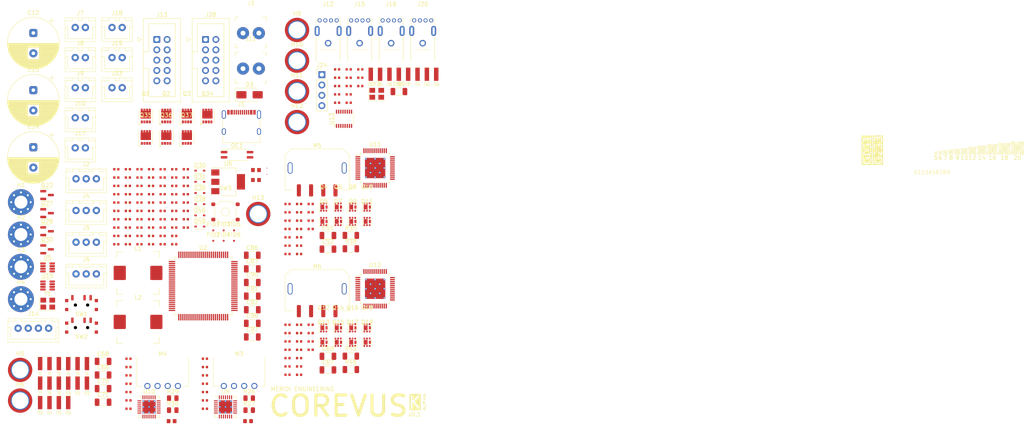
<source format=kicad_pcb>
(kicad_pcb (version 20221018) (generator pcbnew)
  (layers (0 "F.Cu" signal) (1 "In1.Cu" power) (2 "In2.Cu" power) (31 "B.Cu" signal) (34 "B.Paste" user) (35 "F.Paste" user) (36 "B.SilkS" user "B.Silkscreen") (37 "F.SilkS" user "F.Silkscreen") (38 "B.Mask" user) (39 "F.Mask" user) (44 "Edge.Cuts" user))
  (net 0 "")
  (net 1 "GND")
  (net 2 "+3.3V")
  (net 3 "VMB")
  (net 4 "Net-(U2-PH0)")
  (net 5 "Net-(U2-PH1)")
  (net 6 "Net-(U2-VCAP_2)")
  (net 7 "Net-(U2-VCAP_1)")
  (net 8 "Net-(U2-NRST)")
  (net 9 "/Motor 0 (TMCx160)/CA1")
  (net 10 "/Motor 0 (TMCx160)/Motor_A1")
  (net 11 "/Motor 0 (TMCx160)/CB1")
  (net 12 "/Motor 2 (TMC2208)/B2")
  (net 13 "/Motor 2 (TMC2208)/B1")
  (net 14 "/Motor 2 (TMC2208)/A1")
  (net 15 "/Motor 2 (TMC2208)/A2")
  (net 16 "/Motor 3 (TMC2208)/B2")
  (net 17 "/Motor 3 (TMC2208)/B1")
  (net 18 "/Motor 3 (TMC2208)/A1")
  (net 19 "/Motor 3 (TMC2208)/A2")
  (net 20 "/Motor 0 (TMCx160)/Motor_B1")
  (net 21 "/Motor 0 (TMCx160)/Motor_A2")
  (net 22 "/Motor 0 (TMCx160)/CA2")
  (net 23 "+12V")
  (net 24 "/_{M0}~{En}")
  (net 25 "/Motor 0 (TMCx160)/Motor_B2")
  (net 26 "/Motor 0 (TMCx160)/CB2")
  (net 27 "/Motor 1 (TMCx160)/CA1")
  (net 28 "/Motor 1 (TMCx160)/Motor_A1")
  (net 29 "/Motor 1 (TMCx160)/CB1")
  (net 30 "/_{M2}~{En}")
  (net 31 "/Motor 1 (TMCx160)/Motor_B1")
  (net 32 "/_{M3}~{En}")
  (net 33 "/Motor 1 (TMCx160)/Motor_A2")
  (net 34 "/Motor 2 (TMC2208)/Diag")
  (net 35 "/Motor 2 (TMC2208)/Index")
  (net 36 "/Motor 2 (TMC2208)/Clk")
  (net 37 "/Motor 1 (TMCx160)/CA2")
  (net 38 "/_{M3}UART")
  (net 39 "/Motor 2 (TMC2208)/VRef")
  (net 40 "/_{M3}Step")
  (net 41 "/Motor 1 (TMCx160)/Motor_B2")
  (net 42 "/Motor 3 (TMC2208)/Diag")
  (net 43 "/Motor 3 (TMC2208)/Index")
  (net 44 "/Motor 3 (TMC2208)/Clk")
  (net 45 "/Motor 1 (TMCx160)/CB2")
  (net 46 "/_{M3}Dir")
  (net 47 "/Motor 3 (TMC2208)/VRef")
  (net 48 "Net-(D4-K)")
  (net 49 "Net-(J1-D+-PadA6)")
  (net 50 "Net-(J1-D--PadA7)")
  (net 51 "Net-(J11-Pin_2)")
  (net 52 "Net-(U2-VREF+)")
  (net 53 "/Motor 2 (TMC2208)/BRA")
  (net 54 "/Motor 2 (TMC2208)/BRB")
  (net 55 "/Motor 3 (TMC2208)/BRA")
  (net 56 "/Motor 3 (TMC2208)/BRB")
  (net 57 "/Motor 0 (TMCx160)/HA2")
  (net 58 "/Motor 0 (TMCx160)/LA2")
  (net 59 "/Motor 0 (TMCx160)/HA1")
  (net 60 "/Motor 0 (TMCx160)/LA1")
  (net 61 "/Motor 0 (TMCx160)/HB2")
  (net 62 "/Motor 0 (TMCx160)/LB2")
  (net 63 "/Motor 0 (TMCx160)/HB1")
  (net 64 "/Motor 0 (TMCx160)/LB1")
  (net 65 "/Motor 1 (TMCx160)/HA2")
  (net 66 "/Motor 1 (TMCx160)/LA2")
  (net 67 "/Motor 1 (TMCx160)/HA1")
  (net 68 "/Motor 1 (TMCx160)/LA1")
  (net 69 "/Motor 1 (TMCx160)/HB2")
  (net 70 "/Motor 1 (TMCx160)/LB2")
  (net 71 "/Motor 1 (TMCx160)/HB1")
  (net 72 "/Motor 1 (TMCx160)/LB1")
  (net 73 "Net-(U2-PA11)")
  (net 74 "Net-(U2-PA12)")
  (net 75 "/Motor 0 (TMCx160)/SRAH")
  (net 76 "/Motor 0 (TMCx160)/SRAL")
  (net 77 "/Motor 0 (TMCx160)/SRBH")
  (net 78 "/Motor 0 (TMCx160)/SRBL")
  (net 79 "/Motor 1 (TMCx160)/SRAH")
  (net 80 "/Motor 1 (TMCx160)/SRAL")
  (net 81 "/Motor 1 (TMCx160)/SRBH")
  (net 82 "/Motor 1 (TMCx160)/SRBL")
  (net 83 "/Motor Expansion 1x/_{M2}~{CS}")
  (net 84 "/Motor Expansion 1x/_{M0}~{CS}")
  (net 85 "/Motor Expansion 1x/_{M2}Step")
  (net 86 "/Motor Expansion 1x/_{M0}Step")
  (net 87 "/Motor Expansion 1x/_{M2}Dir")
  (net 88 "/Motor Expansion 1x/_{M0}Dir")
  (net 89 "/Motor Expansion 1x/_{M2}~{En}")
  (net 90 "/Motor Expansion 1x/_{M0}~{En}")
  (net 99 "/~{Reset}")
  (net 100 "+5V")
  (net 102 "/_{M0}Step")
  (net 103 "/_{M0}Dir")
  (net 114 "/_{M4}Diag1")
  (net 116 "/_{M4}Step")
  (net 117 "/_{M4}Dir")
  (net 125 "/F3_V+")
  (net 126 "/BOOT0")
  (net 127 "Net-(D2-K)")
  (net 128 "Net-(Q13-S-Pad4)")
  (net 129 "Net-(D5-K)")
  (net 134 "Net-(D6-A)")
  (net 135 "Net-(D7-A)")
  (net 136 "Net-(D8-A)")
  (net 138 "Net-(J2-Pin_1)")
  (net 139 "+24V")
  (net 140 "Net-(J1-CC1)")
  (net 142 "Net-(J1-CC2)")
  (net 149 "/Pi Zero + USB Hub/D1+")
  (net 150 "/Pi Zero + USB Hub/D1-")
  (net 151 "/Pi Zero + USB Hub/D2+")
  (net 152 "/Pi Zero + USB Hub/D2-")
  (net 153 "/Pi Zero + USB Hub/D3+")
  (net 154 "/Pi Zero + USB Hub/D3-")
  (net 155 "/Pi Zero + USB Hub/D4+")
  (net 156 "/Pi Zero + USB Hub/D4-")
  (net 157 "/Pi Zero + USB Hub/DU+")
  (net 158 "/Pi Zero + USB Hub/DU-")
  (net 160 "/_{M2}Dir")
  (net 161 "/_{M2}Step")
  (net 162 "/Buzzer")
  (net 163 "/Btn_Enc")
  (net 164 "/LCD_En")
  (net 165 "/LCD_Rs")
  (net 166 "/LCD_D4")
  (net 167 "/LCD_D5")
  (net 168 "/LCD_D6")
  (net 169 "/LCD_D7")
  (net 170 "/_{M2}UART")
  (net 171 "/SPI2_MISO")
  (net 172 "/SPI2_SCK")
  (net 173 "/SPI2_MOSI")
  (net 174 "Net-(D1-K)")
  (net 177 "/Probe")
  (net 178 "/Btn_En2")
  (net 179 "/SD_CS")
  (net 180 "/Btn_En1")
  (net 181 "/SD_Det")
  (net 186 "/_{M4}~{CS}")
  (net 187 "/_{M4}~{En}")
  (net 196 "Net-(U9-5VOut)")
  (net 197 "Net-(U9-VCP)")
  (net 198 "Net-(U9-CPO)")
  (net 199 "Net-(U9-CPI)")
  (net 200 "Net-(U10-5VOut)")
  (net 201 "Net-(U10-VCP)")
  (net 202 "Net-(U10-CPO)")
  (net 203 "Net-(U10-CPI)")
  (net 204 "Net-(U11-CPO)")
  (net 205 "Net-(U11-VCP)")
  (net 206 "Net-(U11-CPI)")
  (net 207 "Net-(U11-5VOUT)")
  (net 208 "Net-(U11-VCC)")
  (net 209 "Net-(U12-CPO)")
  (net 210 "Net-(U12-VCP)")
  (net 211 "Net-(U12-CPI)")
  (net 212 "Net-(U12-5VOUT)")
  (net 213 "Net-(U12-VCC)")
  (net 215 "Net-(J3-Pin_2)")
  (net 217 "Net-(J2-Pin_3)")
  (net 221 "Net-(Q5-S-Pad4)")
  (net 222 "Net-(Q11-S-Pad4)")
  (net 223 "Net-(Q17-S-Pad4)")
  (net 245 "/Motor 0 (TMCx160)/ENCB")
  (net 246 "/Motor 0 (TMCx160)/ENCA")
  (net 247 "/Motor 0 (TMCx160)/ENCN")
  (net 248 "/Motor 0 (TMCx160)/Diag0")
  (net 249 "/_{M0}~{CS}")
  (net 250 "Net-(D19-K)")
  (net 251 "Net-(D20-K)")
  (net 252 "/Motor 1 (TMCx160)/ENCB")
  (net 253 "/Motor 1 (TMCx160)/ENCA")
  (net 254 "Net-(D23-K)")
  (net 255 "Net-(D24-K)")
  (net 256 "/Motor 1 (TMCx160)/ENCN")
  (net 257 "Net-(D3-A)")
  (net 258 "/T0")
  (net 259 "/T1")
  (net 260 "/T2")
  (net 261 "/T3")
  (net 262 "/Motor 1 (TMCx160)/Diag0")
  (net 263 "/_{M0}Diag1")
  (net 264 "/USART2_TX")
  (net 265 "/USART2_RX")
  (net 266 "/SPI1_SCK")
  (net 267 "/SPI1_MOSI")
  (net 268 "/SPI1_MISO")
  (net 269 "VSSA")
  (net 270 "VDDA")
  (net 271 "/E0")
  (net 272 "/E1")
  (net 273 "/E2")
  (net 274 "Net-(D28-K)")
  (net 275 "Net-(D29-K)")
  (net 276 "Net-(D30-A)")
  (net 277 "Net-(D31-A)")
  (net 278 "Net-(D32-K)")
  (net 279 "Net-(D34-K)")
  (net 280 "Net-(D36-A)")
  (net 281 "Net-(D38-A)")
  (net 282 "/F0_V+")
  (net 283 "/F0")
  (net 284 "/F2_Gate")
  (net 285 "/F3_Gate")
  (net 286 "/F4_Gate")
  (net 287 "/F6_Gate")
  (net 288 "/F4_V+")
  (net 289 "Net-(D46-A)")
  (net 290 "Net-(D46-K)")
  (net 291 "Net-(U15-PHASE)")
  (net 292 "Net-(Q34-G)")
  (net 293 "Net-(Q35-G)")
  (net 294 "Net-(U15-FB)")
  (net 295 "/H0_Gate")
  (net 296 "Net-(OC1-Pad1)")
  (net 297 "Net-(OC1-Pad4)")
  (net 298 "/HB_Gate")
  (net 299 "Net-(D48-A)")
  (net 300 "Net-(D48-K)")
  (net 301 "Net-(U5-PHASE)")
  (net 302 "Net-(Q36-G)")
  (net 303 "Net-(Q37-G)")
  (net 304 "Net-(U5-FB)")
  (net 305 "Net-(D49-A)")
  (net 306 "/F1_V+")
  (net 307 "/F2_V+")
  (net 308 "/F0_FG")
  (net 309 "Net-(U13-VDD18)")
  (net 310 "Net-(U13-VDD33)")
  (net 311 "Net-(U13-XIN)")
  (net 312 "Net-(U13-XOUT)")
  (net 313 "/Pi Zero + USB Hub/D2-'")
  (net 314 "/Pi Zero + USB Hub/D2+'")
  (net 315 "/Pi Zero + USB Hub/D1-'")
  (net 316 "/Pi Zero + USB Hub/D1+'")
  (net 317 "/Pi Zero + USB Hub/D4-'")
  (net 318 "/Pi Zero + USB Hub/D4+'")
  (net 319 "/Pi Zero + USB Hub/D3-'")
  (net 320 "/Pi Zero + USB Hub/D3+'")
  (net 321 "/Pi Zero + USB Hub/DU+'")
  (net 322 "/Pi Zero + USB Hub/DU-'")
  (footprint "AlphaLib:0402C" (layer "F.Cu") (at 46.7 59.75)
    (fp_text reference "C82" hide)
    (fp_text value "100nF")
  )
  (footprint "Package_TO_SOT_SMD:SOT-23" (layer "F.Cu") (at 26.82 64.4)
    (fp_text reference "Q27")
    (fp_text value "AO3400")
  )
  (footprint "Resistor_SMD:R_0805_2012Metric" (layer "F.Cu") (at 57.73 109.9)
    (fp_text reference "R29")
    (fp_text value "100mΩ")
  )
  (footprint "AlphaLib:0402C" (layer "F.Cu") (at 46.7 53.6)
    (fp_text reference "C79" hide)
    (fp_text value "100nF")
  )
  (footprint "corevus:JST_XH_1x03" (layer "F.Cu") (at 36.45 71.55)
    (fp_text reference "J5")
    (fp_text value "XH")
  )
  (footprint "corevus:MOSFET_DFN8" (layer "F.Cu") (at 51.1 40.51)
    (fp_text reference "Q1")
    (fp_text value "60N03F")
  )
  (footprint "corevus:JST_XH_1x02" (layer "F.Cu") (at 35 48.35)
    (fp_text reference "J17")
    (fp_text value "JST XH")
  )
  (footprint "corevus:D_SOD-323" (layer "F.Cu") (at 64.4 62.2)
    (fp_text reference "D38")
    (fp_text value "1N4148")
  )
  (footprint "corevus:LGA_Spring" (layer "F.Cu") (at 106.425 29.175)
    (fp_text reference "T33")
    (fp_text value "5V")
  )
  (footprint "Capacitor_SMD:C_1206_3216Metric" (layer "F.Cu") (at 40.6 104.2)
    (fp_text reference "C69")
    (fp_text value "1μF 63V")
  )
  (footprint "AlphaLib:0402C" (layer "F.Cu") (at 85.95 68.3)
    (fp_text reference "C42" hide)
    (fp_text value "1μF")
  )
  (footprint "AlphaLib:0402R" (layer "F.Cu") (at 55.25 65.9)
    (fp_text reference "R16" hide)
    (fp_text value "4.7kΩ")
  )
  (footprint "AlphaLib:0402LED" (layer "F.Cu") (at 49.55 67.95)
    (fp_text reference "D8" hide)
    (fp_text value "Red")
  )
  (footprint "AlphaLib:0402C" (layer "F.Cu") (at 88.8 62.15)
    (fp_text reference "C48" hide)
    (fp_text value "220nF")
  )
  (footprint "corevus:D_SOD-323" (layer "F.Cu") (at 64.4 67.7)
    (fp_text reference "D48")
    (fp_text value "1N5819")
  )
  (footprint "corevus:DMT6016LFDF" (layer "F.Cu") (at 101.95 96.15)
    (fp_text reference "Q17")
    (fp_text value "DMT6016LFDF")
  )
  (footprint "AlphaLib:0402C" (layer "F.Cu") (at 43.85 61.8)
    (fp_text reference "C5" hide)
    (fp_text value "100nF 50V")
  )
  (footprint "corevus:XKB_X3025WRS-04C" (layer "F.Cu") (at 93.25 53.3)
    (fp_text reference "M5")
    (fp_text value "Micro-Fit 3.0")
  )
  (footprint "AlphaLib:0402C" (layer "F.Cu") (at 46.7 61.8)
    (fp_text reference "C83" hide)
    (fp_text value "100nF")
  )
  (footprint "Resistor_SMD:R_1206_3216Metric" (layer "F.Cu") (at 101.53 73.16)
    (fp_text reference "R38")
    (fp_text value "33mΩ")
  )
  (footprint "AlphaLib:0402LED" (layer "F.Cu") (at 65.65 108.4)
    (fp_text reference "D23" hide)
    (fp_text value "Red")
  )
  (footprint "AlphaLib:0402C" (layer "F.Cu") (at 43.85 65.9)
    (fp_text reference "C7" hide)
    (fp_text value "1μF")
  )
  (footprint "AlphaLib:0402R" (layer "F.Cu") (at 58.1 55.65)
    (fp_text reference "R47" hide)
    (fp_text value "4.7kΩ")
  )
  (footprint "AlphaLib:0402R" (layer "F.Cu") (at 103.85 29.05)
    (fp_text reference "R80" hide)
    (fp_text value "33Ω")
  )
  (footprint "Fiducial:Fiducial_0.5mm_Mask1mm" (layer "F.Cu") (at 72.8 68.65)
    (fp_text reference "FID5")
    (fp_text value "Fiducial")
  )
  (footprint "AlphaLib:0402R" (layer "F.Cu") (at 101 29.05)
    (fp_text reference "R75" hide)
    (fp_text value "33Ω")
  )
  (footprint "AlphaLib:0402R" (layer "F.Cu") (at 52.4 70)
    (fp_text reference "R7" hide)
    (fp_text value "5.1kΩ")
  )
  (footprint "corevus:DMT6016LFDF" (layer "F.Cu") (at 94.85 92.6)
    (fp_text reference "Q12")
    (fp_text value "DMT6016LFDF")
  )
  (footprint "corevus:JST_XH_1x03" (layer "F.Cu") (at 36.45 55.95)
    (fp_text reference "J2")
    (fp_text value "JST XH")
  )
  (footprint "AlphaLib:0402R" (layer "F.Cu") (at 58.1 53.6)
    (fp_text reference "R39" hide)
    (fp_text value "4.7kΩ")
  )
  (footprint "Fiducial:Fiducial_0.5mm_Mask1mm" (layer "F.Cu") (at 70.25 68.65)
    (fp_text reference "FID3")
    (fp_text value "Fiducial")
  )
  (footprint "Resistor_SMD:R_0805_2012Metric" (layer "F.Cu") (at 57.73 112.85)
    (fp_text reference "R30")
    (fp_text value "100mΩ")
  )
  (footprint "AlphaLib:0402C" (layer "F.Cu") (at 65.65 102.25)
    (fp_text reference "C29" hide)
    (fp_text value "1μF")
  )
  (footprint "AlphaLib:0402LED" (layer "F.Cu") (at 52.4 55.65)
    (fp_text reference "D34" hide)
    (fp_text value "Red")
  )
  (footprint "corevus:LGA_Spring" (layer "F.Cu") (at 108.725 29.175)
    (fp_text reference "T34")
    (fp_text value "5V")
  )
  (footprint "AlphaLib:0402C" (layer "F.Cu") (at 85.95 74.45)
    (fp_text reference "C47" hide)
    (fp_text value "220nF")
  )
  (footprint "corevus:XKB_TS-1187A" (layer "F.Cu") (at 70.7 64.1)
    (fp_text reference "SW3")
    (fp_text value "SPST")
  )
  (footprint "AlphaLib:0402R" (layer "F.Cu") (at 60.95 55.65)
    (fp_text reference "R83" hide)
    (fp_text value "10kΩ")
  )
  (footprint "Resistor_SMD:R_0805_2012Metric" (layer "F.Cu") (at 76.53 112.85)
    (fp_text reference "R27")
    (fp_text value "100mΩ")
  )
  (footprint "Capacitor_SMD:C_1206_3216Metric" (layer "F.Cu") (at 40.6 107.55)
    (fp_text reference "C70")
    (fp_text value "1μF 63V")
  )
  (footprint "corevus:Jing_USB-A_906-761" (layer "F.Cu") (at 95.95 19.8)
    (fp_text reference "J12")
    (fp_text value "USB_A")
  )
  (footprint "AlphaLib:0402R" (layer "F.Cu") (at 91.65 64.2)
    (fp_text reference "R37" hide)
    (fp_text value "47Ω")
  )
  (footprint "AlphaLib:0402LED" (layer "F.Cu") (at 49.55 59.75)
    (fp_text reference "D4" hide)
    (fp_text value "Red")
  )
  (footprint "corevus:MOSFET_DFN8" (layer "F.Cu") (at 61.2 45.79)
    (fp_text reference "Q37")
    (fp_text value "60N03F")
  )
  (footprint "corevus:SL2.1S" (layer "F.Cu") (at 99.85 41.2)
    (fp_text reference "U13")
    (fp_text value "SL2.1S")
  )
  (footprint "AlphaLib:0402C" (layer "F.Cu") (at 88.8 95.95)
    (fp_text reference "C65" hide)
    (fp_text value "220nF")
  )
  (footprint "AlphaLib:0402C" (layer "F.Cu") (at 85.95 93.9)
    (fp_text reference "C55" hide)
    (fp_text value "47nF 100V")
  )
  (footprint "Capacitor_SMD:C_1206_3216Metric" (layer "F.Cu") (at 77.29 91.5)
    (fp_text reference "C96")
    (fp_text value "22μF 10V")
  )
  (footprint "AlphaLib:0402C" (layer "F.Cu") (at 85.95 100.05)
    (fp_text reference "C58" hide)
    (fp_text value "1μF")
  )
  (footprint "corevus:D_SOD-323" (layer "F.Cu") (at 64.4 64.95)
    (fp_text reference "D46")
    (fp_text value "1N5819")
  )
  (footprint "Package_TO_SOT_SMD:SOT-23" (layer "F.Cu") (at 26.82 73.3)
    (fp_text reference "Q30")
    (fp_text value "AO3400")
  )
  (footprint "AlphaLib:0402R" (layer "F.Cu") (at 91.65 68.3)
    (fp_text reference "R106" hide)
    (fp_text value "10kΩ")
  )
  (footprint "AlphaLib:0402R" (layer "F.Cu") (at 55.25 61.8)
    (fp_text reference "R14" hide)
    (fp_text value "1kΩ")
  )
  (footprint "corevus:LGA_Spring" (layer "F.Cu") (at 32.025 100.325)
    (fp_text reference "T4")
    (fp_text value "MOSI")
  )
  (footprint "corevus:JST_XH_1x03" (layer "F.Cu") (at 36.45 63.75)
    (fp_text reference "J4")
    (fp_text value "XH")
  )
  (footprint "AlphaLib:0402R" (layer "F.Cu") (at 52.4 72.05)
    (fp_text reference "R9" hide)
    (fp_text value "200kΩ")
  )
  (footprint "AlphaLib:0402LED" (layer "F.Cu") (at 49.55 57.7)
    (fp_text reference "D2" hide)
    (fp_text value "Red")
  )
  (footprint "corevus:M3_M2.5_PCB_Nut" (layer "F.Cu") (at 78.75 64.6)
    (fp_text reference "H13")
    (fp_text value "Back")
  )
  (footprint "AlphaLib:0402LED" (layer "F.Cu") (at 52.4 57.7)
    (fp_text reference "D49" hide)
    (fp_text value "Red")
  )
  (footprint "corevus:M3_M2.5_PCB_Nut" (layer "F.Cu") (at 20.2 110.5)
    (fp_text reference "H6")
    (fp_text value "Gnd")
  )
  (footprint "AlphaLib:0402R" (layer "F.Cu") (at 60.95 59.75)
    (fp_text reference "R93" hide)
    (fp_text value "4.7kΩ")
  )
  (footprint "Package_SO:SOP-4_4.4x2.6mm_P1.27mm" (layer "F.Cu") (at 73.55 50.04)
    (fp_text reference "OC1")
    (fp_text value "PC3H7")
  )
  (footprint "AlphaLib:0402R" (layer "F.Cu") (at 58.1 70)
    (fp_text reference "R71" hide)
    (fp_text value "10kΩ")
  )
  (footprint "AlphaLib:0402R" (layer "F.Cu") (at 60.95 57.7)
    (fp_text reference "R92" hide)
    (fp_text value "330Ω")
  )
  (footprint "AlphaLib:0402R" (layer "F.Cu") (at 58.1 57.7)
    (fp_text reference "R48" hide)
    (fp_text value "4.7kΩ")
  )
  (footprint "Diode_SMD:D_SMA" (layer "F.Cu") (at 76.615 35.29)
    (fp_text reference "D3")
    (fp_text value "SS54")
  )
  (footprint "AlphaLib:0402R" (layer "F.Cu") (at 88.8 70.35)
    (fp_text reference "R32" hide)
    (fp_text value "2.2Ω")
  )
  (footprint "corevus:LGA_Spring" (layer "F.Cu") (at 36.625 105.125)
    (fp_text reference "T12")
    (fp_text value "TestPoint")
  )
  (footprint "corevus:TMC220x" (layer "F.Cu") (at 51.9 112.05)
    (fp_text reference "U10")
    (fp_text value "TMC2208-LA")
  )
  (footprint "Crystal:Crystal_SMD_3225-4Pin_3.2x2.5mm" (layer "F.Cu") (at 27 86.65)
    (fp_text reference "Y1")
    (fp_text value "12 MHz")
  )
  (footprint "corevus:MOSFET_DFN8" (layer "F.Cu") (at 56.15 40.51)
    (fp_text reference "Q2")
    (fp_text value "60N03F")
  )
  (footprint "corevus:LGA_Spring" (layer "F.Cu") (at 29.725 109.925)
    (fp_text reference "T15")
    (fp_text value "TestPoint")
  )
  (footprint "corevus:LGA_Spring" (layer "F.Cu") (at 29.725 105.125)
    (fp_text reference "T9")
    (fp_text value "TestPoint")
  )
  (footprint "corevus:DMT6016LFDF" (layer "F.Cu") (at 98.4 62.9)
    (fp_text reference "Q6")
    (fp_text value "DMT6016LFDF")
  )
  (footprint "AlphaLib:0402C" (layer "F.Cu") (at 85.95 102.1)
    (fp_text reference "C60" hide)
    (fp_text value "1μF")
  )
  (footprint "corevus:LGA_Spring" (layer "F.Cu") (at 111.025 29.175)
    (fp_text reference "T35")
    (fp_text value "Gnd")
  )
  (footprint "AlphaLib:0402R" (layer "F.Cu") (at 101 37.25)
    (fp_text reference "R79" hide)
    (fp_text value "33Ω")
  )
  (footprint "corevus:D_SOD-323" (layer "F.Cu") (at 64.4 59.45)
    (fp_text reference "D36")
    (fp_text value "1N4148")
  )
  (footprint "corevus:DMT6016LFDF" (layer "F.Cu") (at 101.95 92.6)
    (fp_text reference "Q16")
    (fp_text value "DMT6016LFDF")
  )
  (footprint "AlphaLib:0402C" (layer "F.Cu") (at 43.85 59.75)
    (fp_text reference "C4" hide)
    (fp_text value "2.2μF")
  )
  (footprint "AlphaLib:0402C" (layer "F.Cu") (at 85.95 62.15)
    (fp_text reference "C39" hide)
    (fp_text value "100nF 16V")
  )
  (footprint "corevus:LGA_Spring" (layer "F.Cu") (at 34.325 100.325)
    (fp_text reference "T5")
    (fp_text value "MISO")
  )
  (footprint "corevus:JST_XH_1x04-Side" (layer "F.Cu") (at 74.05 106.9)
    (fp_text reference "M3")
    (fp_text value "JST XH")
  )
  (footprint "Package_QFP:LQFP-100_14x14mm_P0.5mm" (layer "F.Cu") (at 65.22 82.32)
    (fp_text reference "U2")
    (fp_text value "STM32F407VETx")
  )
  (footprint "AlphaLib:0402C" (layer "F.Cu") (at 85.95 104.15)
    (fp_text reference "C62" hide)
    (fp_text value "220nF")
  )
  (footprint "Capacitor_SMD:C_1206_3216Metric" (layer "F.Cu") (at 77.29 78.1)
    (fp_text reference "C87")
    (fp_text value "10μF 50V")
  )
  (footprint "AlphaLib:0402R" (layer "F.Cu") (at 58.1 63.85)
    (fp_text reference "R54" hide)
    (fp_text value "4.7kΩ")
  )
  (footprint "AlphaLib:0402LED" (layer "F.Cu") (at 52.4 53.6)
    (fp_text reference "D32" hide)
    (fp_text value "Red")
  )
  (footprint "AlphaLib:0402C" (layer "F.Cu") (at 98.15 29.05)
    (fp_text reference "C76" hide)
    (fp_text value "1μF")
  )
  (footprint "corevus:D_SOD-323" (layer "F.Cu") (at 64.4 56.7)
    (fp_text reference "D31")
    (fp_text value "1N4148")
  )
  (footprint "AlphaLib:0402R" (layer "F.Cu") (at 46.85 110.45)
    (fp_text reference "R103" hide)
    (fp_text value "1kΩ")
  )
  (footprint "AlphaLib:0402R" (layer "F.Cu") (at 60.95 67.95)
    (fp_text reference "R104" hide)
    (fp_text value "200Ω")
  )
  (footprint "MountingHole:MountingHole_3.2mm_M3_Pad_Via" (layer "F.Cu") (at 20.4 85.55)
    (fp_text reference "H4")
    (fp_text value "MountingHole")
  )
  (footprint "AlphaLib:0402C" (layer "F.Cu") (at 46.7 63.85)
    (fp_text reference "C84" hide)
    (fp_text value "100nF")
  )
  (footprint "AlphaLib:0402C" (layer "F.Cu") (at 46.7 65.9)
    (fp_text reference "C85" hide)
    (fp_text value "100nF")
  )
  (footprint "corevus:MOSFET_DFN8" (layer "F.Cu") (at 61.2 40.51)
    (fp_text reference "Q3")
    (fp_text value "60N03F")
  )
  (footprint "corevus:D_SOD-323" (layer "F.Cu") (at 64.4 53.95)
    (fp_text reference "D30")
    (fp_text value "1N4148")
  )
  (footprint "corevus:DMT6016LFDF" (layer "F.Cu") (at 98.4 92.6)
    (fp_text reference "Q14")
    (fp_text value "DMT6016LFDF")
  )
  (footprint "corevus:NetTie-2_SMD_Pad0.1mm" (layer "F.Cu") (at 80.875 54.825)
    (fp_text reference "NT2" hide)
    (fp_text value "NetTie_2" hide)
  )
  (footprint "Capacitor_SMD:C_1206_3216Metric" (layer "F.Cu") (at 95.9 73.25)
    (fp_text reference "C52")
    (fp_text value "1μF 100V")
  )
  (footprint "corevus:CP_Radial_D12.5mm_P5.00mm" (layer "F.Cu") (at 23.45 36.65)
    (fp_text reference "C13")
    (fp_text value "470μF 63V")
  )
  (footprint "corevus:Jing_USB-A_906-761" (layer "F.Cu") (at 111.45 19.8)
    (fp_text reference "J16")
    (fp_text value "USB_A")
  )
  (footprint "AlphaLib:0402C" (layer "F.Cu") (at 98.15 31.1)
    (fp_text reference "C93" hide)
    (fp_text value "1μF")
  )
  (footprint "corevus:MOSFET_DFN8" (layer "F.Cu") (at 66.25 40.51)
    (fp_text reference "Q34")
    (fp_text value "60N03F")
  )
  (footprint "AlphaLib:0603C" (layer "F.Cu") (at 78.2 53.8)
    (fp_text reference "C11" hide)
    (fp_text value "10μF")
  )
  (footprint "corevus:USB_Type-C_16p" (layer "F.Cu") (at 74.62 43.26)
    (fp_text reference "J1")
    (fp_text value "USB 2.0")
  )
  (footprint "corevus:JST_XH_1x04" (layer "F.Cu") (at 23.45 92.7)
    (fp_text reference "J14")
    (fp_text value "JST XH")
  )
  (footprint "Capacitor_SMD:C_1206_3216Metric" (layer "F.Cu") (at 95.9 69.9)
    (fp_text reference "C51")
    (fp_text value "1μF 100V")
  )
  (footprint "Fiducial:Fiducial_0.5mm_Mask1mm" (layer "F.Cu") (at 70.25 71.2)
    (fp_text reference "FID4")
    (fp_text value "Fiducial")
  )
  (footprint "AlphaLib:0402C" (layer "F.Cu") (at 88.8 66.25)
    (fp_text reference "C50" hide)
    (fp_text value "220nF")
  )
  (footprint "AlphaLib:0402R" (layer "F.Cu") (at 98.15 37.25)
    (fp_text reference "R70" hide)
    (fp_text value "33Ω")
  )
  (footprint "corevus:DB125-3.81-2P" (layer "F.Cu") (at 76.915 20.135)
    (fp_text reference "J3")
    (fp_text value "ScrewTerminal")
  )
  (footprint "corevus:M3_M2.5_PCB_Nut" (layer "F.Cu") (at 88.3 34.45)
    (fp_text reference "H11")
    (fp_text value "M2.5")
  )
  (footprint "AlphaLib:0402R" (layer "F.Cu") (at 88.8 104.15)
    (fp_text reference "R42" hide)
    (fp_text value "47Ω")
  )
  (footprint "Package_TO_SOT_SMD:SOT-223-3_TabPin2" (layer "F.Cu") (at 71.35 56.7)
    (fp_text reference "U6")
    (fp_text value "AMS1117-3.3")
  )
  (footprint "AlphaLib:0402R" (layer "F.Cu") (at 55.25 59.75)
    (fp_text reference "R13" hide)
    (fp_text value "1kΩ")
  )
  (footprint "AlphaLib:0402R" (layer "F.Cu") (at 58.1 61.8)
    (fp_text reference "R52" hide)
    (fp_text value "200Ω")
  )
  (footprint "AlphaLib:0402LED" (layer "F.Cu") (at 88.8 98)
    (fp_text reference "D20" hide)
    (fp_text value "Red")
  )
  (footprint "corevus:DMT6016LFDF" (layer "F.Cu") (at 101.95 66.45)
    (fp_text reference "Q9")
    (fp_text value "DMT6016LFDF")
  )
  (footprint "corevus:LGA_Spring" (layer "F.Cu") (at 117.925 29.175)
    (fp_text reference "T44")
    (fp_text value "Shield")
  )
  (footprint "AlphaLib:0402R" (layer "F.Cu") (at 55.25 72.05)
    (fp_text reference "R19" hide)
    (fp_text value "10kΩ")
  )
  (footprint "AlphaLib:0402R" (layer "F.Cu") (at 91.65 62.15)
    (fp_text reference "R36" hide)
    (fp_text value "47Ω")
  )
  (footprint "corevus:LGA_Spring" (layer "F.Cu") (at 120.225 29.175)
    (fp_text reference "T45")
    (fp_text value "D+")
  )
  (footprint "AlphaLib:0402C" (layer "F.Cu") (at 85.95 98)
    (fp_text reference "C57" hide)
    (fp_text value "1μF")
  )
  (footprint "Capacitor_SMD:C_1206_3216Metric" (layer "F.Cu") (at 77.29 74.75)
    (fp_text reference "C86")
    (fp_text value "10μF 50V")
  )
  (footprint "Capacitor_SMD:C_1206_3216Metric" (layer "F.Cu") (at 113.35 34.5)
    (fp_text reference "C99")
    (fp_text value "22μF")
  )
  (footprint "AlphaLib:0402C" (layer "F.Cu") (at 85.95 70.35)
    (fp_text reference "C43" hide)
    (fp_text value "1μF")
  )
  (footprint "Capacitor_SMD:C_1206_3216Metric" (layer "F.Cu") (at 77.29 94.85)
    (fp_text reference "C97")
    (fp_text value "22μF 10V")
  )
  (footprint "AlphaLib:0402LED" (layer "F.Cu") (at 46.85 108.4)
    (fp_text reference "D24" hide)
    (fp_text value "Red")
  )
  (footprint "corevus:LGA_Spring" (layer "F.Cu") (at 25.125 109.925)
    (fp_text reference "T13")
    (fp_text value "TestPoint")
  )
  (footprint "AlphaLib:0402LED" (layer "F.Cu") (at 49.55 65.9)
    (fp_text reference "D7" hide)
    (fp_text value "Red")
  )
  (footprint "corevus:Jing_USB-A_906-761" (layer "F.Cu") (at 119.2 19.8)
    (fp_text reference "J20")
    (fp_text value "USB_A")
  )
  (footprint "corevus:LGA_Spring" (layer "F.Cu") (at 27.425 109.925)
    (fp_text reference "T14")
    (fp_text value "TestPoint")
  )
  (footprint "AlphaLib:0402R" (layer "F.Cu") (at 88.8 102.1)
    (fp_text reference "R41" hide)
    (fp_text value "47Ω")
  )
  (footprint "Resistor_SMD:R_1206_3216Metric" (layer "F.Cu") (at 101.53 102.86)
    (fp_text reference "R46")
    (fp_text value "33mΩ")
  )
  (footprint "AlphaLib:0603" (layer "F.Cu") (at 78.2 56.25)
    (fp_text reference "FB1" hide)
    (fp_text value "GZ1608")
  )
  (footprint "AlphaLib:0402R" (layer "F.Cu") (at 52.4 61.8)
    (fp_text reference "R2" hide)
    (fp_text value "1kΩ")
  )
  (footprint "corevus:DMT6016LFDF" (layer "F.Cu") (at 98.4 96.15)
    (fp_text reference "Q15")
    (fp_text value "DMT6016LFDF")
  )
  (footprint "AlphaLib:0402C" (layer "F.Cu") (at 49.55 53.6)
    (fp_text reference "C95" hide)
    (fp_text value "100nF")
  )
  (footprint "AlphaLib:0402C" (layer "F.Cu") (at 43.85 63.85)
    (fp_text reference "C6" hide)
    (fp_text value "1μF")
  )
  (footprint "AlphaLib:0402C" (layer "F.Cu") (at 88.8 93.9)
    (fp_text reference "C64" hide)
    (fp_text value "220nF")
  )
  (footprint "AlphaLib:0402C" (layer "F.Cu") (at 88.8 91.85)
    (fp_text reference "C63" hide)
    (fp_text value "220nF")
  )
  (footprint "AlphaLib:0402C" (layer "F.Cu") (at 65.65 100.2)
    (fp_text reference "C28" hide)
    (fp_text value "100nF")
  )
  (footprint "corevus:M3_M2.5_PCB_Nut" (layer "F.Cu") (at 88.3 26.9)
    (fp_text reference "H10")
    (fp_text value "M2.5")
  )
  (footprint "AlphaLib:0402LED" (layer "F.Cu") (at 88.8 68.3)
    (fp_text reference "D19" hide)
    (fp_text value "Red")
  )
  (footprint "corevus:JST_XH_1x02" (layer "F.Cu") (at 35 33.55)
    (fp_text reference "J9")
    (fp_text value "JST XH")
  )
  (footprint "corevus:DMT6016LFDF" (layer "F.Cu") (at 105.5 96.15)
    (fp_text reference "Q19")
    (fp_text value "DMT6016LFDF")
  )
  (footprint "Package_TO_SOT_SMD:SOT-23" (layer "F.Cu") (at 26.82 68.85)
    (fp_text reference "Q28")
    (fp_text value "AO3400")
  )
  (footprint "AlphaLib:0402R" (layer "F.Cu") (at 91.65 91.85)
    (fp_text reference "R44" hide)
    (fp_text value "47Ω")
  )
  (footprint "corevus:MOSFET_DFN8" (layer "F.Cu") (at 51.1 45.79)
    (fp_text reference "Q35")
    (fp_text value "60N03F")
  )
  (footprint "Connector_IDC:IDC-Header_2x05_P2.54mm_Vertical" (layer "F.Cu") (at 53.815 21.7)
    (fp_text reference "J13")
    (fp_text value "EXP1")
  )
  (footprint "corevus:CP_Radial_D12.5mm_P5.00mm" (layer "F.Cu") (at 23.45 22.6)
    (fp_text reference "C12")
    (fp_text value "470μF 63V")
  )
  (footprint "AlphaLib:0402R" (layer "F.Cu") (at 103.85 33.15)
    (fp_text reference "R82" hide)
    (fp_text value "33Ω")
  )
  (footprint "AlphaLib:0402C" (layer "F.Cu") (at 46.85 104.3)
    (fp_text reference "C35" hide)
    (fp_text value "100nF 16V")
  )
  (footprint "MountingHole:MountingHole_3.2mm_M3_Pad_Via" (layer "F.Cu") (at 20.4 69.65)
    (fp_text reference "H2")
    (fp_text value "MountingHole")
  )
  (footprint "AlphaLib:0402LED" (layer "F.Cu") (at 49.55 61.8)
    (fp_text reference "D5" hide)
    (fp_text value "Red")
  )
  (footprint "AlphaLib:0402C" (layer "F.Cu") (at 46.7 70)
    (fp_text reference "C89" hide)
    (fp_text value "100nF")
  )
  (footprint "AlphaLib:0402R" (layer "F.Cu") (at 101 33.15)
    (fp_text reference "R77" hide)
    (fp_text value "33Ω")
  )
  (footprint "AlphaLib:0402R" (layer "F.Cu") (at 88.8 100.05)
    (fp_text reference "R40" hide)
    (fp_text value "2.2Ω")
  )
  (footprint "corevus:TMCx160" (layer "F.Cu") (at 107.5 53.3)
    (fp_text reference "U11")
    (fp_text value "TMC5160A-TA")
  )
  (footprint "AlphaLib:0402R" (layer "F.Cu") (at 58.1 72.05)
    (fp_text reference "R72" hide)
    (fp_text value "10kΩ")
  )
  (footprint "AlphaLib:0402R" (layer "F.Cu") (at 52.4 59.75)
    (fp_text reference "R1" hide)
    (fp_text value "10kΩ")
  )
  (footprint "AlphaLib:0402R" (layer "F.Cu") (at 55.25 63.85)
    (fp_text reference "R15" hide)
    (fp_text value "4.7kΩ")
  )
  (footprint "AlphaLib:0402R" (layer "F.Cu") (at 101 35.2)
    (fp_text reference "R78" hide)
    (fp_text value "33Ω")
  )
  (footprint "AlphaLib:0402R" (layer "F.Cu") (at 58.1 67.95)
    (fp_text reference "R67" hide)
    (fp_text value "10kΩ")
  )
  (footprint "corevus:M3_M2.5_PCB_Nut" (layer "F.Cu") (at 20.2 102.95)
    (fp_text reference "H5")
    (fp_text value "V_{M}")
  )
  (footprint "corevus:JST_XH_1x04-Side" (layer "F.Cu") (at 55.25 106.9)
    (fp_text reference "M4")
    (fp_text value "JST XH")
  )
  (footprint "AlphaLib:0402R" (layer "F.Cu") (at 55.25 55.65)
    (fp_text reference "R11" hide)
    (fp_text value "100kΩ")
  )
  (footprint "AlphaLib:0402R" (layer "F.Cu") (at 52.4 63.85)
    (fp_text reference "R4" hide)
    (fp_text value "33Ω")
  )
  (footprint "AlphaLib:0402R" (layer "F.Cu") (at 91.65 93.9)
    (fp_text reference "R45" hide)
    (fp_text value "47Ω")
  )
  (footprint "AlphaLib:0402C" (layer "F.Cu") (at 46.7 57.7)
    (fp_text reference "C81" hide)
    (fp_text value "100nF")
  )
  (footprint "AlphaLib:0402R" (layer "F.Cu") (at 58.1 65.9)
    (fp_text reference "R55" hide)
    (fp_text value "200Ω")
  )
  (footprint "AlphaLib:0402LED" (layer "F.Cu") (at 49.55 55.65)
    (fp_text reference "D1" hide)
    (fp_text value "Red")
  )
  (footprint "Capacitor_SMD:C_1206_3216Metric" (layer "F.Cu") (at 95.9 99.6)
    (fp_text reference "C66")
    (fp_text value "1μF 100V")
  )
  (footprint "AlphaLib:0402C" (layer "F.Cu") (at 65.65 104.3)
    (fp_text reference "C30" hide)
    (fp_text value "100nF 16V")
  )
  (footprint "corevus:XKB_X3025WRS-04C" (layer "F.Cu") (at 93.25 83)
    (fp_text reference "M6")
    (fp_text value "Micro-Fit 3.0")
  )
  (footprint "AlphaLib:0402C" (layer "F.Cu") (at 85.95 64.2)
    (fp_text reference "C40" hide)
    (fp_text value "47nF 100V")
  )
  (footprint "AlphaLib:0402C" (layer "F.Cu") (at 46.85 102.25)
    (fp_text reference "C34" hide)
    (fp_text value "1μF")
  )
  (footprint "corevus:JST_XH_1x02" (layer "F.Cu") (at 44.05 18.75)
    (fp_text reference "J18")
    (fp_text value "JST XH")
  )
  (footprint "AlphaLib:0603C" (layer "F.Cu") (at 57.45 115.55)
    (fp_text reference "C37" hide)
    (fp_text value "1μF 50V")
  )
  (footprint "corevus:Jing_USB-A_906-761" (layer "F.Cu") (at 103.7 19.8)
    (fp_text reference "J15")
    (fp_text value "USB_A")
  )
  (footprint "corevus:JST_XH_1x03" (layer "F.Cu") (at 36.45 79.35)
    (fp_text reference "J6")
    (fp_text value "XH")
  )
  (footprint "Capacitor_SMD:C_1206_3216Metric" (layer "F.Cu") (at 77.29 88.15)
    (fp_text reference "C92")
    (fp_text value "10μF 50V")
  )
  (footprint "AlphaLib:0402R" (layer "F.Cu") (at 65.65 110.45)
    (fp_text reference "R101" hide)
    (fp_text value "1kΩ")
  )
  (footprint "AlphaLib:0402R" (layer "F.Cu") (at 60.95 61.8)
    (fp_text reference "R94" hide)
    (fp_text value "1.5kΩ")
  )
  (footprint "corevus:DMT6016LFDF" (layer "F.Cu") (at 94.85 96.15)
    (fp_text reference "Q13")
    (fp_text value "DMT6016LFDF")
  )
  (footprint "Fiducial:Fiducial_0.5mm_Mask1mm" (layer "F.Cu") (at 67.7 68.65)
    (fp_text reference "FID1")
    (fp_text value "Fiducial")
  )
  (footprint "corevus:M3_M2.5_PCB_Nut" (layer "F.Cu") (at 88.3 42)
    (fp_text reference "H12")
    (fp_text value "M2.5")
  )
  (footprint "Capacitor_SMD:C_1206_3216Metric" (layer "F.Cu") (at 40.6 100.85)
    (fp_text reference "C68")
    (fp_text value "1μF 63V")
  )
  (footprint "AlphaLib:0402R" (layer "F.Cu") (at 88.8 72.4)
    (fp_text reference "R33" hide)
    (fp_text value "47Ω")
  )
  (footprint "AlphaLib:0402C" (layer "F.Cu") (at 46.85 106.35)
    (fp_text reference "C36" hide)
    (fp_text value "22nF 50V")
  )
  (footprint "corevus:NetTie-2_SMD_Pad0.1mm" (layer "F.Cu") (at 80.875 53.325)
    (fp_text reference "NT1" hide)
    (fp_text value "NetTie_2" hide)
  )
  (footprint "corevus:MSS12C02-LS" (layer "F.Cu") (at 35.3 92.55)
    (fp_text reference "SW2")
    (fp_text value "SW_SPDT")
  )
  (footprint "corevus:DMT6016LFDF" (layer "F.Cu") (at 94.85 62.9)
    (fp_text reference "Q4")
    (fp_text value "DMT6016LFDF")
  )
  (footprint "AlphaLib:0402R" (layer "F.Cu") (at 60.95 63.85)
    (fp_text reference "R95" hide)
    (fp_text value "8.2kΩ")
  )
  (footprint "AlphaLib:0402R" (layer "F.Cu") (at 52.4 65.9)
    (fp_text reference "R5" hide)
    (fp_text value "33Ω")
  )
  (footprint "AlphaLib:0402LED" (layer "F.Cu") (at 49.55 72.05)
    (fp_text reference "D29" hide)
    (fp_text value "Red")
  )
  (footprint "AlphaLib:0402R" (layer "F.Cu") (at 101 31.1)
    (fp_text reference "R76" hide)
    (fp_text value "33Ω")
  )
  (footprint "AlphaLib:0402R" (layer "F.Cu") (at 88.8 74.45)
    (fp_text reference "R34" hide)
    (fp_text value "47Ω")
  )
  (footprint "corevus:JST_XH_1x02" (layer "F.Cu") (at 35 26.15)
    (fp_text reference "J8")
    (fp_text value "JST XH")
  )
  (footprint "Package_TO_SOT_SMD:SOT-23" (layer "F.Cu") (at 26.82 59.95)
    (fp_text reference "Q22")
    (fp_text value "AO3400")
  )
  (footprint "corevus:LGA_Spring" (layer "F.Cu") (at 25.125 105.125)
    (fp_text reference "T7")
    (fp_text value "TestPoint")
  )
  (footprint "AlphaLib:0402C" (layer "F.Cu") (at 43.85 70)
    (fp_text reference "C9" hide)
    (fp_text value "1μF")
  )
  (footprint "AlphaLib:0402C" (layer "F.Cu") (at 85.95 72.4)
    (fp_text reference "C45" hide)
    (fp_text value "1μF")
  )
  (footprint "corevus:MOSFET_DFN8" (layer "F.Cu") (at 56.15 45.79)
    (fp_text reference "Q36")
    (fp_text value "60N03F")
  )
  (footprint "Connector_PinHeader_2.54mm:PinHeader_1x04_P2.54mm_Vertical" (layer "F.Cu") (at 94.4 30.35)
    (fp_text reference "J24")
    (fp_text value "Conn_01x05_Pin")
  )
  (footprint "AlphaLib:0402R" (layer "F.Cu") (at 60.95 53.6)
    (fp_text reference "R73" hide)
    (fp_text value "10kΩ")
  )
  (footprint "corevus:TMC220x" (layer "F.Cu") (at 70.7 112.05)
    (fp_text reference "U9")
    (fp_text value "TMC2208-LA")
  )
  (footprint "corevus:DB125-3.81-2P" (layer "F.Cu") (at 76.915 28.855)
    (fp_text reference "J11")
    (fp_text value "ScrewTerminal")
  )
  (footprint "AlphaLib:0402C" (layer "F.Cu") (at 85.95 66.25)
    (fp_text reference "C41" hide)
    (fp_text value "1μF")
  )
  (footprint "Resistor_SMD:R_0805_2012Metric" (layer "F.Cu") (at 76.53 109.9)
    (fp_text reference "R26")
    (fp_text value "100mΩ")
  )
  (footprint "AlphaLib:0402C" (layer "F.Cu") (at 43.85 53.6)
    (fp_text reference "C1" hide)
    (fp_text value "15pF")
  )
  (footprint "Connector_IDC:IDC-Header_2x05_P2.54mm_Vertical" (layer "F.Cu") (at 65.8 21.7)
    (fp_text reference "J28")
    (fp_text value "EXP2")
  )
  (footprint "AlphaLib:0402LED" (layer "F.Cu") (at 49.55 63.85)
    (fp_text reference "D6" hide)
    (fp_text value "Red")
  )
  (footprint "corevus:LGA_Spring" (layer "F.Cu") (at 113.325 29.175)
    (fp_text reference "T36")
    (fp_text value "TXD")
  )
  (footprint "Fiducial:Fiducial_0.5mm_Mask1mm" (layer "F.Cu") (at 72.8 71.2)
    (fp_text reference "FID6")
    (fp_text value "Fiducial")
  )
  (footprint "Fiducial:Fiducial_0.5mm_Mask1mm" (layer "F.Cu") (at 67.7 71.2)
    (fp_text reference "FID2")
    (fp_text value "Fiducial")
  )
  (footprint "AlphaLib:0402R" (layer "F.Cu") (at 103.85 31.1)
    (fp_text reference "R81" hide)
    (fp_text value "33Ω")
  )
  (footprint "AlphaLib:0402R" (layer "F.Cu") (at 65.65 112.5)
    (fp_text reference "R102" hide)
    (fp_text value "10kΩ")
  )
  (footprint "Capacitor_SMD:C_1206_3216Metric" (layer "F.Cu") (at 40.6 110.9)
    (fp_text reference "C71")
    (fp_text value "1μF 63V")
  )
  (footprint "corevus:LGA_Spring" (layer "F.Cu") (at 25.125 100.325)
    (fp_text reference "T1")
    (fp_text value "V_{SA}")
  )
  (footprint "AlphaLib:0402C" (layer "F.Cu") (at 46.7 55.65)
    (fp_text reference "C80" hide)
    (fp_text value "100nF")
  )
  (footprint "AlphaLib:0402R" (layer "F.Cu") (at 91.65 98)
    (fp_text reference "R107" hide)
    (fp_text value "10kΩ")
  )
  (footprint "AlphaLib:0402C" (layer "F.Cu") (at 43.85 55.65)
    (fp_text reference "C2" hide)
    (fp_text value "15pF")
  )
  (footprint "corevus:LGA_Spring" (layer "F.Cu") (at 29.725 100.325)
    (fp_text reference "T3")
    (fp_text value "Gnd")
  )
  (footprint "Resistor_SMD:R_1206_3216Metric" (layer "F.Cu") (at 101.53 99.57)
    (fp_text reference "R43")
    (fp_text value "33mΩ")
  )
  (footprint "corevus:LGA_Spring" (layer "F.Cu") (at 32.025 105.125)
    (fp_text reference "T10")
    (fp_text value "TestPoint")
  )
  (footprint "corevus:JST_XH_1x02" (layer "F.Cu") (at 44.05 33.55)
    (fp_text reference "J33")
    (fp_text value "JST XH")
  )
  (footprint "corevus:DMT6016LFDF" (layer "F.Cu") (at 98.4 66.45)
    (fp_text reference "Q7")
    (fp_text value "DMT6016LFDF")
  )
  (footprint "AlphaLib:0402R" (layer "F.Cu") (at 58.1 59.75)
    (fp_text reference "R49" hide)
    (fp_text value "4.7kΩ")
  )
  (footprint "corevus:CJiang_FXL1040" (layer "F.Cu") (at 49.2 79.1)
    (fp_text reference "L1")
    (fp_text value "10μH")
  )
  (footprint "AlphaLib:0402R" (layer "F.Cu") (at 55.25 53.6)
    (fp_text reference "R10" hide)
    (fp_text value "1kΩ")
  )
  (footprint "Capacitor_SMD:C_1206_3216Metric" (layer "F.Cu") (at 95.9 102.95)
    (fp_text reference "C67")
    (fp_text value "1μF 100V")
  )
  (footprint "AlphaLib:0402C" (layer "F.Cu") (at 65.65 106.35)
    (fp_text reference "C31" hide)
    (fp_text value "22nF 50V")
  )
  (footprint "Capacitor_SMD:C_1206_3216Metric" (layer "F.Cu") (at 77.29 81.45)
    (fp_text reference "C90")
    (fp_text value "22μF 25V")
  )
  (footprint "corevus:DMT6016LFDF" (layer "F.Cu") (at 105.5 62.9)
    (fp_text reference "Q10")
    (fp_text value "DMT6016LFDF")
  )
  (footprint "corevus:LGA_Spring" (layer "F.Cu") (at 27.425 105.125)
    (fp_text reference "T8")
    (fp_text value "TestPoint")
  )
  (footprint "AlphaLib:0402R" (layer "F.Cu") (at 55.25 70)
    (fp_text reference "R18" hide)
    (fp_text value "4.7kΩ")
  )
  (footprint "corevus:DMT6016LFDF" (layer "F.Cu") (at 101.95 62.9)
    (fp_text reference "Q8")
    (fp_text value "DMT6016LFDF")
  )
  (footprint "AlphaLib:0402R" (layer "F.Cu") (at 55.25 57.7)
    (fp_text reference "R12" hide)
    (fp_text value "1kΩ")
  )
  (footprint "Capacitor_SMD:C_1206_3216Metric" (layer "F.Cu") (at 77.29 84.8)
    (fp_text reference "C91")
    (fp_text value "22μF 25V")
  )
  (footprint "corevus:M3_M2.5_PCB_Nut" (layer "F.Cu") (at 88.3 19.35)
    (fp_text reference "H9")
    (fp_text value "M2.5")
  )
  (footprint "AlphaLib:0402C" (layer "F.Cu") (at 98.15 33.15)
    (fp_text reference "C98" hide)
    (fp_text value "1μF")
  )
  (footprint "AlphaLib:0402C" (layer "F.Cu") (at 46.85 100.2)
    (fp_text reference "C33" hide)
    (fp_text value "100nF")
  )
  (footprint "AlphaLib:0402R" (layer "F.Cu") (at 98.15 35.2)
    (fp_text reference "R69" hide)
    (fp_text value "33Ω")
  )
  (footprint "corevus:CP_Radial_D12.5mm_P5.00mm" (layer "F.Cu") (at 23.45 50.7)
    (fp_text reference "C14")
    (fp_text value "470μF 63V")
  )
  (footprint "corevus:LGA_Spring" (layer "F.Cu") (at 34.325 105.125)
    (fp_text reference "T11")
    (fp_text value "TestPoint")
  )
  (footprint "AlphaLib:0402R" (layer "F.Cu") (at 60.95 65.9)
    (fp_text reference "R96" hide)
    (fp_text value "1kΩ")
  )
  (footprint "corevus:MSS12C02-LS" (layer "F.Cu") (at 35.3 87)
    (fp_text reference "SW1")
    (fp_text value "SW_SPDT")
  )
  (footprint "corevus:DMT6016LFDF" (layer "F.Cu") (at 94.85 66.45)
    (fp_text reference "Q5")
    (fp_text value "DMT6016LFDF")
  )
  (footprint "corevus:LGA_Spring" (layer "F.Cu") (at 115.625 29.175)
    (fp_text reference "T37")
    (fp_text value "RXD")
  )
  (footprint "AlphaLib:0402C" (layer "F.Cu") (at 43.85 57.7)
    (fp_text reference "C3" hide)
    (fp_text value "2.2μF")
  )
  (footprint "AlphaLib:0603C" (layer "F.Cu") (at 76.25 115.55)
    (fp_text reference "C32" hide)
    (fp_text value "1μF 50V")
  )
  (footprint "AlphaLib:0402R" (layer "F.Cu") (at 46.85 112.5)
    (fp_text reference "R105" hide)
    (fp_text value "10kΩ")
  )
  (footprint "AlphaLib:0402R" (layer "F.Cu") (at 52.4 67.95)
    (fp_text reference "R6" hide)
    (fp_text value "5.1kΩ")
  )
  (footprint "corevus:CJiang_FXL1040" (layer "F.Cu") (at 49.2 91.15)
    (fp_text reference "L2")
    (fp_text value "10μH")
  )
  (footprint "corevus:JST_XH_1x02" (layer "F.Cu") (at 44.05 26.15)
    (fp_text reference "J19")
    (fp_text value "JST XH")
  )
  (footprint "AlphaLib:0402C" (layer "F.Cu") (at 85.95 95.95)
    (fp_text reference "C56" hide)
    (fp_text value "1μF")
  )
  (footprint "corevus:JST_XH_1x02" (layer "F.Cu") (at 35 40.95)
    (fp_text reference "J10")
    (fp_text value "JST XH")
  )
  (footprint "Package_TO_SOT_SMD:TSOT-23-8" (layer "F.Cu") (at 26.95 82.2)
    (fp_text reference "U15")
    (fp_text value "RT8110B")
  )
  (footprint "corevus:DMT6016LFDF" (layer "F.Cu") (at 105.5 66.45)
    (fp_text reference "Q11")
    (fp_text value "DMT6016LFDF")
  )
  (footprint "corevus:LGA_Spring" (layer "F.Cu") (at 122.525 29.175)
    (fp_text reference "T46")
    (fp_text value "D-")
  )
  (footprint "MountingHole:MountingHole_3.2mm_M3_Pad_Via" (layer "F.Cu") (at 20.4 77.6)
    (fp_text reference "H3")
    (fp_text value "MountingHole")
  )
  (footprint "corevus:LGA_Spring" (layer "F.Cu") (at 27.425 100.325)
    (fp_text reference "T2")
    (fp_text value "SClk")
  )
  (footprint "AlphaLib:0402C" (layer "F.Cu") (at 46.7 67.95)
    (fp_text reference "C88" hide)
    (fp_text value "1μF")
  )
  (footprint "AlphaLib:0402LED" (layer "F.Cu") (at 49.55 70)
    (fp_text reference "D28" hide)
    (fp_text value "Red")
  )
  (footprint "Package_TO_SOT_SMD:TSOT-23-8" (layer "F.Cu") (at 26.95 77.75)
    (fp_text reference "U5")
    (fp_text value "RT8110B")
  )
  (footprint "Crystal:Crystal_SMD_3225-4Pin_3.2x2.5mm" (layer "F.Cu") (at 107.9 35.05)
    (fp_text reference "Y2")
    (fp_text value "12MHz")
  )
  (footprint "AlphaLib:0402C" (layer "F.Cu") (at 88.8 64.2)
    (fp_text reference "C49" hide)
    (fp_text value "220nF")
  )
  (footprint "corevus:LGA_Spring" (layer "F.Cu") (at 36.625 100.325)
    (fp_text reference "T6")
    (fp_text value "V_{CC}IO")
  )
  (footprint "AlphaLib:0402R" (layer "F.Cu") (at 91.65 95.95)
    (fp_text reference "R99" hide)
    (fp_text value "1kΩ")
  )
  (footprint "corevus:LGA_Spring" (layer "F.Cu") (at 32.025 109.925)
    (fp_text reference "T16")
    (fp_text value "TestPoint")
  )
  (footprint "AlphaLib:0402C" (layer "F.Cu") (at 85.95 91.85)
    (fp_text reference "C54" hide)
    (fp_text value "100nF 16V")
  )
  (footprint "Resistor_SMD:R_1206_3216Metric" (layer "F.Cu") (at 101.53 69.87)
    (fp_text reference "R35")
    (fp_text value "33mΩ")
  )
  (footprint "AlphaLib:0402C" (layer "F.Cu") (at 43.85 72.05)
    (fp_text reference "C38" hide)
    (fp_text value "100nF")
  )
  (footprint "corevus:DMT6016LFDF" (layer "F.Cu") (at 105.5 92.6)
    (fp_text reference "Q18")
    (fp_text value "DMT6016LFDF")
  )
  (footprint "corevus:JST_XH_1x02" (layer "F.Cu") (at 35 18.75)
    (fp_text reference "J7")
    (fp_text value "JST XH")
  )
  (footprint "MountingHole:MountingHole_3.2mm_M3_Pad_Via" (layer "F.Cu") (at 20.4 61.7)
    (fp_text reference "H1")
    (fp_text value "MountingHole")
  )
  (footprint "AlphaLib:0402R" (layer "F.Cu") (at 55.25 67.95)
    (fp_text reference "R17" hide)
    (fp_text value "4.7kΩ")
  )
  (footprint "AlphaLib:0402R" (layer "F.Cu") (at 91.65 66.25)
    (fp_text reference "R98" hide)
    (fp_text value "1kΩ")
  )
  (footprint "corevus:TMCx160" (layer "F.Cu") (at 107.5 83)
    (fp_text reference "U12")
    (fp_text value "TMC5160A-TA")
  )
  (footprint "AlphaLib:0402C" (layer "F.Cu") (at 43.85 67.95)
    (fp_text reference "C8" hide)
    (fp_text value "1μF")
  )
  (footprint "AlphaLib:0402C" (layer "F.Cu") (at 46.7 72.05)
    (fp_text reference "C94" hide)
    (fp_text value "1μF")
  )
  (gr_poly (pts (xy 260.58 47.44) (xy 260.58 48.08) (xy 260.42 48.08) (xy 260.42 47.44)) (fill solid) (layer "F.SilkS"))
  (gr_poly (pts (xy 257.12 48.32) (xy 257.12 48.88) (xy 256.98 48.88) (xy 256.98 48.32)) (fill solid) (layer "F.SilkS"))
  (gr_poly (pts (xy 251.22 49.28) (xy 251.22 48.92) (xy 251.31 48.92) (xy 251.31 49.28)) (fill solid) (layer "F.SilkS"))
  (gr_poly (pts (xy 248.72 49.68) (xy 248.72 50) (xy 248.64 50) (xy 248.64 49.68)) (fill solid) (layer "F.SilkS"))
  (gr_poly (pts (xy 261.16 48.56) (xy 261.16 49.28) (xy 260.98 49.279999) (xy 260.979999 48.56)) (fill solid) (layer "F.SilkS"))
  (gr_poly (pts (xy 250.32 49.01) (xy 249.96 49.01) (xy 249.960001 48.92) (xy 250.32 48.92)) (fill solid) (layer "F.SilkS"))
  (gr_poly (pts (xy 262.06 49.28) (xy 262.06 50) (xy 261.88 50) (xy 261.88 49.279999)) (fill solid) (layer "F.SilkS"))
  (gr_poly (pts (xy 252 49.1) (xy 251.6 49.1) (xy 251.6 49) (xy 252 49)) (fill solid) (layer "F.SilkS"))
  (gr_poly (pts (xy 245.200001 49.25) (xy 245 49.25) (xy 245 49.2) (xy 245.2 49.2)) (fill solid) (layer "F.SilkS"))
  (gr_poly (pts (xy 260.58 49.04) (xy 259.94 49.04) (xy 259.94 48.88) (xy 260.58 48.88)) (fill solid) (layer "F.SilkS"))
  (gr_poly (pts (xy 262.599999 48.56) (xy 262.6 47.840001) (xy 262.78 47.84) (xy 262.78 48.56)) (fill solid) (layer "F.SilkS"))
  (gr_poly (pts (xy 256.56 49.44) (xy 256.56 48.88) (xy 256.7 48.88) (xy 256.7 49.44)) (fill solid) (layer "F.SilkS"))
  (gr_poly (pts (xy 246.9 49.28) (xy 246.9 49.04) (xy 246.96 49.04) (xy 246.96 49.28)) (fill solid) (layer "F.SilkS"))
  (gr_rect (start 251.04 49.55) (end 251.4 49.64) (fill solid) (layer "F.SilkS"))
  (gr_poly (pts (xy 246.18 49.760001) (xy 246.18 50) (xy 246.12 50) (xy 246.12 49.76)) (fill solid) (layer "F.SilkS"))
  (gr_poly (pts (xy 249.28 49.36) (xy 249.28 49.04) (xy 249.36 49.04) (xy 249.360001 49.36)) (fill solid) (layer "F.SilkS"))
  (gr_rect (start 252.8 49.5) (end 253.2 49.6) (fill solid) (layer "F.SilkS"))
  (gr_poly (pts (xy 266.280001 46.8) (xy 266.28 47.6) (xy 266.08 47.600001) (xy 266.08 46.8)) (fill solid) (layer "F.SilkS"))
  (gr_rect (start 246.72 49.58) (end 246.96 49.64) (fill solid) (layer "F.SilkS"))
  (gr_poly (pts (xy 264.88 49.2) (xy 264.88 48.4) (xy 265.08 48.4) (xy 265.080001 49.2)) (fill solid) (layer "F.SilkS"))
  (gr_rect (start 257.26 49.3) (end 257.82 49.44) (fill solid) (layer "F.SilkS"))
  (gr_poly (pts (xy 245.4 49.4) (xy 245.200001 49.4) (xy 245.2 49.35) (xy 245.4 49.35)) (fill solid) (layer "F.SilkS"))
  (gr_poly (pts (xy 265.48 47.2) (xy 264.68 47.199999) (xy 264.68 47) (xy 265.48 47.000001)) (fill solid) (layer "F.SilkS"))
  (gr_rect (start 265.48 48.8) (end 266.28 49) (fill solid) (layer "F.SilkS"))
  (gr_poly (pts (xy 254.36 49.04) (xy 253.88 49.04) (xy 253.88 48.92) (xy 254.36 48.92)) (fill solid) (layer "F.SilkS"))
  (gr_poly (pts (xy 259.46 48.08) (xy 259.46 48.72) (xy 259.3 48.72) (xy 259.3 48.08)) (fill solid) (layer "F.SilkS"))
  (gr_poly (pts (xy 265.48 47.600001) (xy 264.68 47.6) (xy 264.68 47.4) (xy 265.48 47.4)) (fill solid) (layer "F.SilkS"))
  (gr_poly (pts (xy 246.48 49.52) (xy 246.48 49.760001) (xy 246.42 49.76) (xy 246.420001 49.52)) (fill solid) (layer "F.SilkS"))
  (gr_poly (pts (xy 249.44 49.44) (xy 249.12 49.44) (xy 249.12 49.359999) (xy 249.44 49.36)) (fill solid) (layer "F.SilkS"))
  (gr_poly (pts (xy 260.58 50) (xy 259.94 50) (xy 259.94 49.84) (xy 260.58 49.84)) (fill solid) (layer "F.SilkS"))
  (gr_rect (start 257.26 49.58) (end 257.82 49.72) (fill solid) (layer "F.SilkS"))
  (gr_poly (pts (xy 254.36 48.56) (xy 253.88 48.56) (xy 253.88 48.44) (xy 254.36 48.44)) (fill solid) (layer "F.SilkS"))
  (gr_rect (start 262.96 48.74) (end 263.68 48.92) (fill solid) (layer "F.SilkS"))
  (gr_poly (pts (xy 247.440001 49.37) (xy 247.16 49.37) (xy 247.16 49.3) (xy 247.44 49.3)) (fill solid) (layer "F.SilkS"))
  (gr_poly (pts (xy 245.65 49.399999) (xy 245.65 49.6) (xy 245.6 49.6) (xy 245.6 49.4)) (fill solid) (layer "F.SilkS"))
  (gr_poly (pts (xy 265.88 46.8) (xy 265.879999 47.600001) (xy 265.68 47.6) (xy 265.680001 46.8)) (fill solid) (layer "F.SilkS"))
  (gr_rect (start 252.8 49.7) (end 253.2 49.8) (fill solid) (layer "F.SilkS"))
  (gr_poly (pts (xy 250.77 48.92) (xy 250.77 48.560001) (xy 250.86 48.56) (xy 250.86 48.92)) (fill solid) (layer "F.SilkS"))
  (gr_poly (pts (xy 249.6 49.36) (xy 249.6 49.04) (xy 249.68 49.04) (xy 249.68 49.36)) (fill solid) (layer "F.SilkS"))
  (gr_poly (pts (xy 266.68 46.8) (xy 266.680001 47.6) (xy 266.48 47.599999) (xy 266.48 46.8)) (fill solid) (layer "F.SilkS"))
  (gr_rect (start 254.36 49.52) (end 254.84 49.64) (fill solid) (layer "F.SilkS"))
  (gr_poly (pts (xy 247.65 49.72) (xy 247.65 50) (xy 247.58 50) (xy 247.58 49.72)) (fill solid) (layer "F.SilkS"))
  (gr_rect (start 248.48 49.2) (end 248.8 49.28) (fill solid) (layer "F.SilkS"))
  (gr_poly (pts (xy 249.52 49.04) (xy 249.52 48.72) (xy 249.6 48.72) (xy 249.6 49.04)) (fill solid) (layer "F.SilkS"))
  (gr_poly (pts (xy 264.68 47) (xy 263.88 47) (xy 263.88 46.8) (xy 264.68 46.8)) (fill solid) (layer "F.SilkS"))
  (gr_poly (pts (xy 264.680001 47.8) (xy 263.88 47.8) (xy 263.88 47.6) (xy 264.68 47.6)) (fill solid) (layer "F.SilkS"))
  (gr_poly (pts (xy 252.8 49.2) (xy 252.8 48.8) (xy 252.9 48.8) (xy 252.899999 49.2)) (fill solid) (layer "F.SilkS"))
  (gr_poly (pts (xy 247.440001 49.23) (xy 247.16 49.23) (xy 247.16 49.16) (xy 247.44 49.16)) (fill solid) (layer "F.SilkS"))
  (gr_poly (pts (xy 254 49.52) (xy 254 50) (xy 253.88 50) (xy 253.88 49.52)) (fill solid) (layer "F.SilkS"))
  (gr_poly (pts (xy 247.51 49.72) (xy 247.51 50) (xy 247.44 50) (xy 247.44 49.72)) (fill solid) (layer "F.SilkS"))
  (gr_rect (start 248.8 49.28) (end 249.12 49.36) (fill solid) (layer "F.SilkS"))
  (gr_rect (start 248.8 48.96) (end 249.12 49.04) (fill solid) (layer "F.SilkS"))
  (gr_poly (pts (xy 265.28 49.2) (xy 265.28 48.4) (xy 265.48 48.4) (xy 265.48 49.2)) (fill solid) (layer "F.SilkS"))
  (gr_rect (start 265.48 48.4) (end 266.28 48.6) (fill solid) (layer "F.SilkS"))
  (gr_poly (pts (xy 245.15 49.800001) (xy 245.15 49.6) (xy 245.2 49.6) (xy 245.2 49.8)) (fill solid) (layer "F.SilkS"))
  (gr_rect (start 245.6 49.95) (end 245.8 50) (fill solid) (layer "F.SilkS"))
  (gr_poly (pts (xy 250.68 48.74) (xy 250.32 48.74) (xy 250.32 48.65) (xy 250.68 48.65)) (fill solid) (layer "F.SilkS"))
  (gr_rect (start 254.84 49.88) (end 255.32 50) (fill solid) (layer "F.SilkS"))
  (gr_poly (pts (xy 247.72 49.3) (xy 247.44 49.3) (xy 247.440001 49.23) (xy 247.72 49.230001)) (fill solid) (layer "F.SilkS"))
  (gr_rect (start 246.48 49.88) (end 246.72 49.94) (fill solid) (layer "F.SilkS"))
  (gr_rect (start 258.02 48.4) (end 258.66 48.56) (fill solid) (layer "F.SilkS"))
  (gr_rect (start 254.36 49.04) (end 254.84 49.16) (fill solid) (layer "F.SilkS"))
  (gr_poly (pts (xy 250.32 48.65) (xy 249.96 48.65) (xy 249.96 48.56) (xy 250.32 48.560001)) (fill solid) (layer "F.SilkS"))
  (gr_rect (start 258.02 47.76) (end 258.66 47.92) (fill solid) (layer "F.SilkS"))
  (gr_poly (pts (xy 266.88 47.6) (xy 266.879999 48.4) (xy 266.68 48.4) (xy 266.680001 47.6)) (fill solid) (layer "F.SilkS"))
  (gr_poly (pts (xy 251.8 49.2) (xy 251.8 49.6) (xy 251.7 49.6) (xy 251.7 49.2)) (fill solid) (layer "F.SilkS"))
  (gr_poly (pts (xy 245.200001 49.55) (xy 245 49.55) (xy 245 49.5) (xy 245.2 49.5)) (fill solid) (layer "F.SilkS"))
  (gr_poly (pts (xy 247.79 49.160001) (xy 247.79 48.88) (xy 247.86 48.88) (xy 247.86 49.16)) (fill solid) (layer "F.SilkS"))
  (gr_poly (pts (xy 266.48 47.599999) (xy 266.48 48.4) (xy 266.279999 48.4) (xy 266.28 47.6)) (fill solid) (layer "F.SilkS"))
  (gr_poly (pts (xy 247.72 49.44) (xy 247.72 49.72) (xy 247.65 49.72) (xy 247.65 49.44)) (fill solid) (layer "F.SilkS"))
  (gr_poly (pts (xy 245.3 50) (xy 245.3 49.800001) (xy 245.35 49.8) (xy 245.349999 50)) (fill solid) (layer "F.SilkS"))
  (gr_rect (start 258.66 47.92) (end 259.3 48.08) (fill solid) (layer "F.SilkS"))
  (gr_rect (start 250.68 49.28) (end 251.04 49.37) (fill solid) (layer "F.SilkS"))
  (gr_rect (start 265.48 49.2) (end 266.28 49.4) (fill solid) (layer "F.SilkS"))
  (gr_rect (start 258.66 48.56) (end 259.3 48.72) (fill solid) (layer "F.SilkS"))
  (gr_poly (pts (xy 248.959999 49.36) (xy 248.96 49.680001) (xy 248.88 49.68) (xy 248.879999 49.36)) (fill solid) (layer "F.SilkS"))
  (gr_rect (start 256.7 48.88) (end 257.26 49.02) (fill solid) (layer "F.SilkS"))
  (gr_poly (pts (xy 245.4 49.599999) (xy 245.2 49.6) (xy 245.200001 49.55) (xy 245.4 49.55)) (fill solid) (layer "F.SilkS"))
  (gr_poly (pts (xy 246.239999 49.34) (xy 246 49.34) (xy 246 49.28) (xy 246.24 49.28)) (fill solid) (layer "F.SilkS"))
  (gr_rect (start 257.26 49.02) (end 257.82 49.16) (fill solid) (layer "F.SilkS"))
  (gr_rect (start 252.4 49.4) (end 252.8 49.5) (fill solid) (layer "F.SilkS"))
  (gr_poly (pts (xy 250.5 49.28) (xy 250.5 49.64) (xy 250.41 49.64) (xy 250.41 49.28)) (fill solid) (layer "F.SilkS"))
  (gr_poly (pts (xy 247.44 49.090001) (xy 247.16 49.09) (xy 247.16 49.02) (xy 247.44 49.02)) (fill solid) (layer "F.SilkS"))
  (gr_poly (pts (xy 256.84 48.32) (xy 256.84 48.88) (xy 256.7 48.88) (xy 256.7 48.32)) (fill solid) (layer "F.SilkS"))
  (gr_poly (pts (xy 261.52 48.02) (xy 260.8 48.02) (xy 260.8 47.84) (xy 261.52 47.84)) (fill solid) (layer "F.SilkS"))
  (gr_poly (pts (xy 258.98 50) (xy 258.98 49.36) (xy 259.14 49.36) (xy 259.14 50)) (fill solid) (layer "F.SilkS"))
  (gr_poly (pts (xy 250.32 49.19) (xy 249.960001 49.19) (xy 249.96 49.1) (xy 250.32 49.1)) (fill solid) (layer "F.SilkS"))
  (gr_poly (pts (xy 251.31 48.92) (xy 251.31 48.56) (xy 251.4 48.56) (xy 251.399999 48.92)) (fill solid) (layer "F.SilkS"))
  (gr_poly (pts (xy 256.7 48.6) (xy 256.14 48.6) (xy 256.14 48.46) (xy 256.7 48.46)) (fill solid) (layer "F.SilkS"))
  (gr_poly (pts (xy 246.239999 49.22) (xy 246 49.22) (xy 246 49.16) (xy 246.24 49.16)) (fill solid) (layer "F.SilkS"))
  (gr_poly (pts (xy 246.48 49.52) (xy 246.24 49.520001) (xy 246.24 49.46) (xy 246.48 49.46)) (fill solid) (layer "F.SilkS"))
  (gr_poly (pts (xy 246.42 49.76) (xy 246.42 50) (xy 246.36 50) (xy 246.36 49.76)) (fill solid) (layer "F.SilkS"))
  (gr_poly (pts (xy 251.13 48.920001) (xy 251.13 48.56) (xy 251.22 48.56) (xy 251.22 48.92)) (fill solid) (layer "F.SilkS"))
  (gr_poly (pts (xy 258.34 50) (xy 258.34 49.36) (xy 258.5 49.36) (xy 258.5 50)) (fill solid) (layer "F.SilkS"))
  (gr_poly (pts (xy 250.41 49.64) (xy 250.41 50) (xy 250.32 49.999999) (xy 250.32 49.64)) (fill solid) (layer "F.SilkS"))
  (gr_rect (start 252.4 49.2) (end 252.8 49.3) (fill solid) (layer "F.SilkS"))
  (gr_poly (pts (xy 246.720001 49.52) (xy 246.72 49.28) (xy 246.78 49.279999) (xy 246.78 49.52)) (fill solid) (layer "F.SilkS"))
  (gr_rect (start 251.04 49.37) (end 251.4 49.46) (fill solid) (layer "F.SilkS"))
  (gr_poly (pts (xy 256.7 48.88) (xy 256.14 48.88) (xy 256.14 48.74) (xy 256.7 48.74)) (fill solid) (layer "F.SilkS"))
  (gr_poly (pts (xy 253.88 48.44) (xy 253.4 48.439999) (xy 253.4 48.320001) (xy 253.88 48.32)) (fill solid) (layer "F.SilkS"))
  (gr_rect (start 265.48 49.6) (end 266.28 49.8) (fill solid) (layer "F.SilkS"))
  (gr_poly (pts (xy 266.08 47.600001) (xy 266.08 48.4) (xy 265.88 48.4) (xy 265.879999 47.600001)) (fill solid) (layer "F.SilkS"))
  (gr_poly (pts (xy 252.4 49.2) (xy 252.4 49.6) (xy 252.3 49.6) (xy 252.3 49.2)) (fill solid) (layer "F.SilkS"))
  (gr_poly (pts (xy 260.58 49.36) (xy 259.94 49.36) (xy 259.94 49.2) (xy 260.58 49.2)) (fill solid) (layer "F.SilkS"))
  (gr_poly (pts (xy 249.44 49.76) (xy 249.12 49.76) (xy 249.12 49.680001) (xy 249.44 49.68)) (fill solid) (layer "F.SilkS"))
  (gr_poly (pts (xy 254.24 49.52) (xy 254.24 50) (xy 254.12 50) (xy 254.12 49.52)) (fill solid) (layer "F.SilkS"))
  (gr_rect (start 250.68 49.82) (end 251.04 49.91) (fill solid) (layer "F.SilkS"))
  (gr_poly (pts (xy 258.5 49.36) (xy 258.500001 48.72) (xy 258.66 48.72) (xy 258.66 49.36)) (fill solid) (layer "F.SilkS"))
  (gr_poly (pts (xy 247.93 49.160001) (xy 247.93 48.88) (xy 248 48.88) (xy 248 49.16)) (fill solid) (layer "F.SilkS"))
  (gr_poly (pts (xy 250.86 49.28) (xy 250.86 48.92) (xy 250.95 48.92) (xy 250.95 49.28)) (fill solid) (layer "F.SilkS"))
  (gr_poly (pts (xy 259.62 47.44) (xy 259.62 48.08) (xy 259.46 48.08) (xy 259.46 47.44)) (fill solid) (layer "F.SilkS"))
  (gr_poly (pts (xy 265.68 47.6) (xy 265.679999 48.4) (xy 265.48 48.4) (xy 265.48 47.600001)) (fill solid) (layer "F.SilkS"))
  (gr_rect (start 248 49.65) (end 248.28 49.72) (fill solid) (layer "F.SilkS"))
  (gr_poly (pts (xy 256.14 48.74) (xy 255.579999 48.74) (xy 255.58 48.600001) (xy 256.14 48.6)) (fill solid) (layer "F.SilkS"))
  (gr_poly (pts (xy 256.979999 47.76) (xy 256.98 48.32) (xy 256.84 48.32) (xy 256.84 47.759999)) (fill solid) (layer "F.SilkS"))
  (gr_poly (pts (xy 261.52 48.56) (xy 261.52 49.28) (xy 261.34 49.28) (xy 261.34 48.56)) (fill solid) (layer "F.SilkS"))
  (gr_poly (pts (xy 246.48 49.280001) (xy 246.24 49.28) (xy 246.239999 49.22) (xy 246.48 49.22)) (fill solid) (layer "F.SilkS"))
  (gr_poly (pts (xy 256.14 47.9) (xy 255.58 47.9) (xy 255.58 47.76) (xy 256.14 47.76)) (fill solid) (layer "F.SilkS"))
  (gr_poly (pts (xy 258.66 50) (xy 258.66 49.36) (xy 258.82 49.36) (xy 258.82 50)) (fill solid) (layer "F.SilkS"))
  (gr_poly (pts (xy 256 49.44) (xy 255.999999 48.88) (xy 256.14 48.88) (xy 256.14 49.44)) (fill solid) (layer "F.SilkS"))
  (gr_poly (pts (xy 259.94 48.88) (xy 259.3 48.88) (xy 259.3 48.72) (xy 259.94 48.72)) (fill solid) (layer "F.SilkS"))
  (gr_rect (start 252.8 49.3) (end 253.2 49.4) (fill solid) (layer "F.SilkS"))
  (gr_poly (pts (xy 250.320001 48.83) (xy 249.96 48.83) (xy 249.96 48.74) (xy 250.32 48.74)) (fill solid) (layer "F.SilkS"))
  (gr_rect (start 247.72 49.86) (end 248 49.93) (fill solid) (layer "F.SilkS"))
  (gr_poly (pts (xy 247.44 49.44) (xy 247.44 49.72) (xy 247.369999 49.72) (xy 247.369999 49.44)) (fill solid) (layer "F.SilkS"))
  (gr_poly (pts (xy 245.8 49.2) (xy 245.8 49.399999) (xy 245.75 49.4) (xy 245.75 49.2)) (fill solid) (layer "F.SilkS"))
  (gr_poly (pts (xy 259.94 47.44) (xy 259.94 48.08) (xy 259.78 48.08) (xy 259.78 47.44)) (fill solid) (layer "F.SilkS"))
  (gr_poly (pts (xy 248 49.44) (xy 248 49.16) (xy 248.070001 49.16) (xy 248.070001 49.44)) (fill solid) (layer "F.SilkS"))
  (gr_poly (pts (xy 250.68 49.28) (xy 250.320001 49.28) (xy 250.32 49.19) (xy 250.68 49.189999)) (fill solid) (layer "F.SilkS"))
  (gr_poly (pts (xy 245.05 49.8) (xy 245.05 49.6) (xy 245.1 49.6) (xy 245.1 49.8)) (fill solid) (layer "F.SilkS"))
  (gr_rect (start 254.84 49.64) (end 255.32 49.76) (fill solid) (layer "F.SilkS"))
  (gr_poly (pts (xy 255.58 50) (xy 255.58 49.44) (xy 255.72 49.44) (xy 255.72 50)) (fill solid) (layer "F.SilkS"))
  (gr_poly (pts (xy 262.24 47.48) (xy 261.52 47.48) (xy 261.520001 47.3) (xy 262.24 47.299999)) (fill solid) (layer "F.SilkS"))
  (gr_poly (pts (xy 246.6 49.52) (xy 246.6 49.28) (xy 246.66 49.28) (xy 246.66 49.52)) (fill solid) (layer "F.SilkS"))
  (gr_poly (pts (xy 249.76 49.68) (xy 249.44 49.68) (xy 249.44 49.6) (xy 249.76 49.6)) (fill solid) (layer "F.SilkS"))
  (gr_rect (start 256.7 49.44) (end 257.26 49.58) (fill solid) (layer "F.SilkS"))
  (gr_poly (pts (xy 253.88 48.68) (xy 253.4 48.68) (xy 253.4 48.56) (xy 253.88 48.56)) (fill solid) (layer "F.SilkS"))
  (gr_rect (start 250.68 49.64) (end 251.04 49.73) (fill solid) (layer "F.SilkS"))
  (gr_poly (pts (xy 247.72 49.44) (xy 247.44 49.44) (xy 247.440001 49.37) (xy 247.72 49.370001)) (fill solid) (layer "F.SilkS"))
  (gr_poly (pts (xy 254.96 48.56) (xy 254.960001 48.08) (xy 255.079999 48.08) (xy 255.08 48.56)) (fill solid) (layer "F.SilkS"))
  (gr_poly (pts (xy 259.94 49.2) (xy 259.3 49.2) (xy 259.3 49.04) (xy 259.94 49.04)) (fill solid) (layer "F.SilkS"))
  (gr_poly (pts (xy 256.14 48.46) (xy 255.58 48.46) (xy 255.58 48.32) (xy 256.14 48.32)) (fill solid) (layer "F.SilkS"))
  (gr_rect (start 266.28 48.6) (end 267.08 48.8) (fill solid) (layer "F.SilkS"))
  (gr_poly (pts (xy 246.839999 49.52) (xy 246.84 49.28) (xy 246.9 49.28) (xy 246.9 49.52)) (fill solid) (layer "F.SilkS"))
  (gr_rect (start 245.6 49.85) (end 245.8 49.9) (fill solid) (layer "F.SilkS"))
  (gr_poly (pts (xy 264.48 49.200001) (xy 264.48 48.4) (xy 264.68 48.4) (xy 264.68 49.2)) (fill solid) (layer "F.SilkS"))
  (gr_poly (pts (xy 249.76 49.52) (xy 249.44 49.52) (xy 249.44 49.44) (xy 249.76 49.44)) (fill solid) (layer "F.SilkS"))
  (gr_poly (pts (xy 249.44 49.36) (xy 249.44 49.04) (xy 249.52 49.04) (xy 249.52 49.36)) (fill solid) (layer "F.SilkS"))
  (gr_poly (pts (xy 255.2 48.56) (xy 255.2 48.08) (xy 255.32 48.08) (xy 255.32 48.56)) (fill solid) (layer "F.SilkS"))
  (gr_poly (pts (xy 263.88 50) (xy 263.88 49.200001) (xy 264.08 49.2) (xy 264.079999 50)) (fill solid) (layer "F.SilkS"))
  (gr_rect (start 248 49.79) (end 248.28 49.86) (fill solid) (layer "F.SilkS"))
  (gr_rect (start 254.84 49.4) (end 255.32 49.52) (fill solid) (layer "F.SilkS"))
  (gr_poly (pts (xy 247.58 49.44) (xy 247.58 49.72) (xy 247.51 49.72) (xy 247.51 49.44)) (fill solid) (layer "F.SilkS"))
  (gr_rect (start 254.36 49.76) (end 254.84 49.88) (fill solid) (layer "F.SilkS"))
  (gr_poly (pts (xy 246.3 49.76) (xy 246.3 50) (xy 246.24 50) (xy 246.24 49.76)) (fill solid) (layer "F.SilkS"))
  (gr_rect (start 262.24 48.56) (end 262.96 48.74) (fill solid) (layer "F.SilkS"))
  (gr_poly (pts (xy 265.08 50) (xy 265.080001 49.2) (xy 265.28 49.2) (xy 265.279999 50)) (fill solid) (layer "F.SilkS"))
  (gr_poly (pts (xy 253.1 48.8) (xy 253.1 48.4) (xy 253.2 48.4) (xy 253.2 48.8)) (fill solid) (layer "F.SilkS"))
  (gr_poly (pts (xy 250.95 48.92) (xy 250.95 48.56) (xy 251.04 48.560001) (xy 251.04 48.92)) (fill solid) (layer "F.SilkS"))
  (gr_poly (pts (xy 267.08 46.8) (xy 267.08 47.599999) (xy 266.88 47.6) (xy 266.880001 46.8)) (fill solid) (layer "F.SilkS"))
  (gr_poly (pts (xy 247.3 49.44) (xy 247.3 49.72) (xy 247.23 49.719999) (xy 247.229999 49.44)) (fill solid) (layer "F.SilkS"))
  (gr_poly (pts (xy 250.68 49.28) (xy 250.68 48.920001) (xy 250.77 48.92) (xy 250.770001 49.28)) (fill solid) (layer "F.SilkS"))
  (gr_poly (pts (xy 259.94 49.52) (xy 259.3 49.519999) (xy 259.3 49.36) (xy 259.94 49.36)) (fill solid) (layer "F.SilkS"))
  (gr_poly (pts (xy 254.72 48.56) (xy 254.72 48.08) (xy 254.84 48.08) (xy 254.84 48.56)) (fill solid) (layer "F.SilkS"))
  (gr_rect (start 247.72 49.58) (end 248 49.65) (fill solid) (layer "F.SilkS"))
  (gr_poly (pts (xy 263.5 47.840001) (xy 263.5 47.12) (xy 263.68 47.12) (xy 263.68 47.84)) (fill solid) (layer "F.SilkS"))
  (gr_rect (start 251.04 49.73) (end 251.4 49.82) (fill solid) (layer "F.SilkS"))
  (gr_poly (pts (xy 249.12 49.36) (xy 249.12 49.04) (xy 249.2 49.04) (xy 249.200001 49.36)) (fill solid) (layer "F.SilkS"))
  (gr_poly (pts (xy 255.72 49.44) (xy 255.72 48.879999) (xy 255.86 48.879999) (xy 255.86 49.44)) (fill solid) (layer "F.SilkS"))
  (gr_poly (pts (xy 252.200001 49.2) (xy 252.2 49.6) (xy 252.1 49.6) (xy 252.1 49.2)) (fill solid) (layer "F.SilkS"))
  (gr_poly (pts (xy 252.5 48.8) (xy 252.5 48.4) (xy 252.6 48.4) (xy 252.6 48.8)) (fill solid) (layer "F.SilkS"))
  (gr_rect (start 245.6 49.65) (end 245.8 49.7) (fill solid) (layer "F.SilkS"))
  (gr_poly (pts (xy 252.9 48.8) (xy 252.9 48.4) (xy 253 48.400001) (xy 253 48.8)) (fill solid) (layer "F.SilkS"))
  (gr_poly (pts (xy 249.2 49.04) (xy 249.2 48.72) (xy 249.28 48.72) (xy 249.28 49.04)) (fill solid) (layer "F.SilkS"))
  (gr_poly (pts (xy 265.48 48) (xy 264.68 48) (xy 264.680001 47.8) (xy 265.48 47.8)) (fill solid) (layer "F.SilkS"))
  (gr_poly (pts (xy 247.369999 49.72) (xy 247.37 50) (xy 247.3 50) (xy 247.3 49.72)) (fill solid) (layer "F.SilkS"))
  (gr_poly (pts (xy 246.48 49.16) (xy 246.24 49.16) (xy 246.24 49.1) (xy 246.48 49.1)) (fill solid) (layer "F.SilkS"))
  (gr_poly (pts (xy 252.7 48.8) (xy 252.7 48.400001) (xy 252.8 48.4) (xy 252.8 48.8)) (fill solid) (layer "F.SilkS"))
  (gr_poly (pts (xy 245.2 49.35) (xy 245 49.35) (xy 245 49.3) (xy 245.2 49.3)) (fill solid) (layer "F.SilkS"))
  (gr_poly (pts (xy 245 50) (xy 245 49.800001) (xy 245.05 49.8) (xy 245.05 50)) (fill solid) (layer "F.SilkS"))
  (gr_poly (pts (xy 262.78 47.84) (xy 262.78 47.12) (xy 262.96 47.12) (xy 262.96 47.84)) (fill solid) (layer "F.SilkS"))
  (gr_poly (pts (xy 253 49.2) (xy 253 48.8) (xy 253.1 48.8) (xy 253.1 49.2)) (fill solid) (layer "F.SilkS"))
  (gr_poly (pts (xy 258.18 49.36) (xy 258.179999 48.72) (xy 258.339999 48.72) (xy 258.34 49.36)) (fill solid) (layer "F.SilkS"))
  (gr_rect (start 258.66 48.24) (end 259.3 48.4) (fill solid) (layer "F.SilkS"))
  (gr_poly (pts (xy 264.68 48.2) (xy 263.88 48.2) (xy 263.88 48) (xy 264.68 48)) (fill solid) (layer "F.SilkS"))
  (gr_poly (pts (xy 265.48 48.4) (xy 264.680001 48.4) (xy 264.68 48.2) (xy 265.48 48.200001)) (fill solid) (layer "F.SilkS"))
  (gr_poly (pts (xy 249.44 49.92) (xy 249.12 49.92) (xy 249.12 49.84) (xy 249.44 49.84)) (fill solid) (layer "F.SilkS"))
  (gr_poly (pts (xy 252.4 49.000001) (xy 252 49) (xy 252 48.9) (xy 252.4 48.9)) (fill solid) (layer "F.SilkS"))
  (gr_poly (pts (xy 245.25 49.8) (xy 245.25 49.6) (xy 245.3 49.6) (xy 245.3 49.800001)) (fill solid) (layer "F.SilkS"))
  (gr_poly (pts (xy 251.7 49.6) (xy 251.7 50) (xy 251.6 50) (xy 251.6 49.6)) (fill solid) (layer "F.SilkS"))
  (gr_poly (pts (xy 252.4 48.8) (xy 252 48.8) (xy 252 48.7) (xy 252.4 48.700001)) (fill solid) (layer "F.SilkS"))
  (gr_poly (pts (xy 260.58 49.68) (xy 259.94 49.68) (xy 259.94 49.52) (xy 260.58 49.52)) (fill solid) (layer "F.SilkS"))
  (gr_poly (pts (xy 252 48.7) (xy 251.6 48.7) (xy 251.600001 48.6) (xy 252 48.6)) (fill solid) (layer "F.SilkS"))
  (gr_poly (pts (xy 255.08 49.04) (xy 255.08 48.56) (xy 255.2 48.56) (xy 255.2 49.04)) (fill solid) (layer "F.SilkS"))
  (gr_poly (pts (xy 247.44 48.95) (xy 247.16 48.95) (xy 247.16 48.88) (xy 247.44 48.88)) (fill solid) (layer "F.SilkS"))
  (gr_poly (pts (xy 264.679999 50) (xy 264.68 49.2) (xy 264.88 49.2) (xy 264.88 50)) (fill solid) (layer "F.SilkS"))
  (gr_rect (start 246.72 49.82) (end 246.96 49.88) (fill solid) (layer "F.SilkS"))
  (gr_rect (start 246.48 49.76) (end 246.72 49.82) (fill solid) (layer "F.SilkS"))
  (gr_poly (pts (xy 259.14 49.36) (xy 259.14 48.72) (xy 259.3 48.72) (xy 259.3 49.36)) (fill solid) (layer "F.SilkS"))
  (gr_poly (pts (xy 251.039999 49.28) (xy 251.04 48.92) (xy 251.13 48.920001) (xy 251.13 49.28)) (fill solid) (layer "F.SilkS"))
  (gr_poly (pts (xy 246.36 49.52) (xy 246.36 49.76) (xy 246.3 49.76) (xy 246.3 49.52)) (fill solid) (layer "F.SilkS"))
  (gr_poly (pts (xy 262.24 48.56) (xy 262.24 49.28) (xy 262.06 49.28) (xy 262.06 48.56)) (fill solid) (layer "F.SilkS"))
  (gr_rect (start 251.04 49.91) (end 251.4 50) (fill solid) (layer "F.SilkS"))
  (gr_rect (start 262.24 48.92) (end 262.96 49.1) (fill solid) (layer "F.SilkS"))
  (gr_poly (pts (xy 245.1 50) (xy 245.1 49.8) (xy 245.15 49.800001) (xy 245.15 50)) (fill solid) (layer "F.SilkS"))
  (gr_poly (pts (xy 260.98 49.279999) (xy 260.98 50) (xy 260.8 50) (xy 260.8 49.28)) (fill solid) (layer "F.SilkS"))
  (gr_poly (pts (xy 256.42 50) (xy 256.42 49.44) (xy 256.56 49.44) (xy 256.56 50)) (fill solid) (layer "F.SilkS"))
  (gr_rect (start 248.48 48.72) (end 248.8 48.8) (fill solid) (layer "F.SilkS"))
  (gr_poly (pts (xy 249.12 49.359999) (xy 249.12 49.680001) (xy 249.04 49.68) (xy 249.039999 49.36)) (fill solid) (layer "F.SilkS"))
  (gr_poly (pts (xy 248.64 49.36) (xy 248.64 49.68) (xy 248.56 49.68) (xy 248.56 49.36)) (fill solid) (layer "F.SilkS"))
  (gr_poly (pts (xy 254.36 49.04) (xy 254.36 49.52) (xy 254.24 49.52) (xy 254.24 49.04)) (fill solid) (layer "F.SilkS"))
  (gr_poly (pts (xy 256.14 48.18) (xy 255.58 48.18) (xy 255.58 48.04) (xy 256.14 48.04)) (fill solid) (layer "F.SilkS"))
  (gr_poly (pts (xy 250.68 48.920001) (xy 250.32 48.92) (xy 250.320001 48.83) (xy 250.68 48.83)) (fill solid) (layer "F.SilkS"))
  (gr_rect (start 266.28 49) (end 267.08 49.2) (fill solid) (layer "F.SilkS"))
  (gr_poly (pts (xy 261.52 48.38) (xy 260.8 48.38) (xy 260.8 48.2) (xy 261.520001 48.2)) (fill solid) (layer "F.SilkS"))
  (gr_rect (start 252.4 49.8) (end 252.8 49.9) (fill solid) (layer "F.SilkS"))
  (gr_poly (pts (xy 246.06 49.76) (xy 246.06 50) (xy 246 50) (xy 246 49.76)) (fill solid) (layer "F.SilkS"))
  (gr_poly (pts (xy 253.88 48.92) (xy 253.4 48.92) (xy 253.4 48.8) (xy 253.88 48.8)) (fill solid) (layer "F.SilkS"))
  (gr_poly (pts (xy 248.14 49.44) (xy 248.14 49.16) (xy 248.21 49.160001) (xy 248.210001 49.44)) (fill solid) (layer "F.SilkS"))
  (gr_poly (pts (xy 245.4 49.3) (xy 245.2 49.3) (xy 245.200001 49.25) (xy 245.4 49.25)) (fill solid) (layer "F.SilkS"))
  (gr_poly (pts (xy 245.7 49.200001) (xy 245.7 49.4) (xy 245.65 49.399999) (xy 245.65 49.2)) (fill solid) (layer "F.SilkS"))
  (gr_poly (pts (xy 248.88 49.68) (xy 248.88 50) (xy 248.8 50) (xy 248.8 49.68)) (fill solid) (layer "F.SilkS"))
  (gr_poly (pts (xy 258.82 49.36) (xy 258.82 48.72) (xy 258.98 48.72) (xy 258.98 49.36)) (fill solid) (layer "F.SilkS"))
  (gr_rect (start 266.28 49.4) (end 267.08 49.6) (fill solid) (layer "F.SilkS"))
  (gr_poly (pts (xy 250.68 49.28) (xy 250.68 49.639999) (xy 250.59 49.64) (xy 250.589999 49.28)) (fill solid) (layer "F.SilkS"))
  (gr_poly (pts (xy 255.86 50) (xy 255.86 49.44) (xy 256 49.44) (xy 256 50)) (fill solid) (layer "F.SilkS"))
  (gr_poly (pts (xy 248.56 49.68) (xy 248.56 50) (xy 248.48 50) (xy 248.48 49.68)) (fill solid) (layer "F.SilkS"))
  (gr_poly (pts (xy 247.23 49.719999) (xy 247.23 50) (xy 247.16 50) (xy 247.16 49.72)) (fill solid) (layer "F.SilkS"))
  (gr_rect (start 257.26 49.86) (end 257.82 50) (fill solid) (layer "F.SilkS"))
  (gr_poly (pts (xy 261.7 49.28) (xy 261.7 50) (xy 261.52 50) (xy 261.52 49.28)) (fill solid) (layer "F.SilkS"))
  (gr_poly (pts (xy 245.45 49.4) (xy 245.45 49.6) (xy 245.4 49.599999) (xy 245.4 49.4)) (fill solid) (layer "F.SilkS"))
  (gr_poly (pts (xy 260.42 48.08) (xy 260.420001 48.72) (xy 260.260001 48.72) (xy 260.26 48.08)) (fill solid) (layer "F.SilkS"))
  (gr_poly (pts (xy 249.44 49.6) (xy 249.12 49.6) (xy 249.12 49.520001) (xy 249.44 49.52)) (fill solid) (layer "F.SilkS"))
  (gr_rect (start 254.36 49.28) (end 254.84 49.4) (fill solid) (layer "F.SilkS"))
  (gr_poly (pts (xy 256.14 50) (xy 256.14 49.44) (xy 256.28 49.44) (xy 256.28 50)) (fill solid) (layer "F.SilkS"))
  (gr_poly (pts (xy 250.05 49.64) (xy 250.05 50) (xy 249.96 50) (xy 249.960001 49.64)) (fill solid) (layer "F.SilkS"))
  (gr_poly (pts (xy 245.2 49.45) (xy 245 49.45) (xy 245 49.4) (xy 245.200001 49.4)) (fill solid) (layer "F.SilkS"))
  (gr_rect (start 256.7 49.72) (end 257.26 49.86) (fill solid) (layer "F.SilkS"))
  (gr_rect (start 245.4 49.7) (end 245.6 49.75) (fill solid) (layer "F.SilkS"))
  (gr_poly (pts (xy 250.68 49.1) (xy 250.32 49.1) (xy 250.32 49.01) (xy 250.68 49.01)) (fill solid) (layer "F.SilkS"))
  (gr_poly (pts (xy 247.86 49.44) (xy 247.86 49.16) (xy 247.93 49.160001) (xy 247.929999 49.44)) (fill solid) (layer "F.SilkS"))
  (gr_poly (pts (xy 246.24 49.46) (xy 246 49.46) (xy 246 49.4) (xy 246.24 49.4)) (fill solid) (layer "F.SilkS"))
  (gr_poly (pts (xy 250.23 49.639999) (xy 250.23 50) (xy 250.14 50) (xy 250.14 49.64)) (fill solid) (layer "F.SilkS"))
  (gr_poly (pts (xy 261.34 49.28) (xy 261.34 50) (xy 261.16 50) (xy 261.16 49.28)) (fill solid) (layer "F.SilkS"))
  (gr_poly (pts (xy 254.36 49.04) (xy 254.36 48.56) (xy 254.48 48.56) (xy 254.48 49.04)) (fill solid) (layer "F.SilkS"))
  (gr_poly (pts (xy 254.84 49.04) (xy 254.84 48.56) (xy 254.96 48.56) (xy 254.96 49.04)) (fill solid) (layer "F.SilkS"))
  (gr_poly (pts (xy 245.75 49.4) (xy 245.75 49.6) (xy 245.7 49.599999) (xy 245.7 49.4)) (fill solid) (layer "F.SilkS"))
  (gr_poly (pts (xy 254.36 48.32) (xy 253.88 48.32) (xy 253.88 48.2) (xy 254.36 48.2)) (fill solid) (layer "F.SilkS"))
  (gr_poly (pts (xy 245.199999 50) (xy 245.2 49.8) (xy 245.25 49.8) (xy 245.25 50)) (fill solid) (layer "F.SilkS"))
  (gr_poly (pts (xy 252.4 48.6) (xy 252 48.6) (xy 252 48.5) (xy 252.4 48.5)) (fill solid) (layer "F.SilkS"))
  (gr_poly (pts (xy 254.600001 49.04) (xy 254.6 48.56) (xy 254.72 48.56) (xy 254.719999 49.04)) (fill solid) (layer "F.SilkS"))
  (gr_poly (pts (xy 263.14 47.84) (xy 263.14 47.12) (xy 263.32 47.12) (xy 263.32 47.84)) (fill solid) (layer "F.SilkS"))
  (gr_poly (pts (xy 261.520001 47.3) (xy 260.8 47.3) (xy 260.8 47.12) (xy 261.52 47.12)) (fill solid) (layer "F.SilkS"))
  (gr_poly (pts (xy 257.82 47.76) (xy 257.82 48.32) (xy 257.68 48.32) (xy 257.68 47.76)) (fill solid) (layer "F.SilkS"))
  (gr_poly (pts (xy 248.21 49.160001) (xy 248.21 48.88) (xy 248.28 48.88) (xy 248.28 49.16)) (fill solid) (layer "F.SilkS"))
  (gr_poly (pts (xy 260.1 48.08) (xy 260.099999 48.72) (xy 259.94 48.72) (xy 259.94 48.08)) (fill solid) (layer "F.SilkS"))
  (gr_rect (start 248.48 48.88) (end 248.8 48.96) (fill solid) (layer "F.SilkS"))
  (gr_rect (start 258.02 48.08) (end 258.66 48.24) (fill solid) (layer "F.SilkS"))
  (gr_poly (pts (xy 249.76 50) (xy 249.44 50) (xy 249.44 49.92) (xy 249.76 49.92)) (fill solid) (layer "F.SilkS"))
  (gr_poly (pts (xy 256.7 48.04) (xy 256.14 48.04) (xy 256.14 47.9) (xy 256.7 47.899999)) (fill solid) (layer "F.SilkS"))
  (gr_poly (pts (xy 256.28 49.44) (xy 256.28 48.88) (xy 256.42 48.88) (xy 256.42 49.44)) (fill solid) (layer "F.SilkS"))
  (gr_poly (pts (xy 252 48.9) (xy 251.600001 48.9) (xy 251.6 48.8) (xy 252 48.8)) (fill solid) (layer "F.SilkS"))
  (gr_rect (start 247.72 49.44) (end 248 49.51) (fill solid) (layer "F.SilkS"))
  (gr_poly (pts (xy 251.9 49.6) (xy 251.9 50) (xy 251.8 49.999999) (xy 251.8 49.6)) (fill solid) (layer "F.SilkS"))
  (gr_poly (pts (xy 262.96 48.56) (xy 262.96 47.84) (xy 263.14 47.84) (xy 263.14 48.56)) (fill solid) (layer "F.SilkS"))
  (gr_poly (pts (xy 254.36 48.799999) (xy 253.88 48.8) (xy 253.88 48.68) (xy 254.36 48.680001)) (fill solid) (layer "F.SilkS"))
  (gr_poly (pts (xy 246.54 49.28) (xy 246.54 49.039999) (xy 246.6 49.04) (xy 246.6 49.28)) (fill solid) (layer "F.SilkS"))
  (gr_rect (start 245.4 49.8) (end 245.6 49.85) (fill solid) (layer "F.SilkS"))
  (gr_rect (start 262.96 49.1) (end 263.68 49.28) (fill solid) (layer "F.SilkS"))
  (gr_poly (pts (xy 248.8 49.36) (xy 248.8 49.68) (xy 248.72 49.68) (xy 248.72 49.36)) (fill solid) (layer "F.SilkS"))
  (gr_poly (pts (xy 250.14 49.28) (xy 250.14 49.64) (xy 250.05 49.64) (xy 250.05 49.28)) (fill solid) (layer "F.SilkS"))
  (gr_poly (pts (xy 254.48 48.56) (xy 254.48 48.08) (xy 254.6 48.08) (xy 254.6 48.56)) (fill solid) (layer "F.SilkS"))
  (gr_poly (pts (xy 264.28 50) (xy 264.28 49.2) (xy 264.48 49.200001) (xy 264.48 50)) (fill solid) (layer "F.SilkS"))
  (gr_poly (pts (xy 245.35 49.8) (xy 245.35 49.6) (xy 245.4 49.6) (xy 245.4 49.8)) (fill solid) (layer "F.SilkS"))
  (gr_poly (pts (xy 247.72 49.44) (xy 247.72 49.16) (xy 247.79 49.160001) (xy 247.789999 49.44)) (fill solid) (layer "F.SilkS"))
  (gr_poly (pts (xy 261.52 47.66) (xy 260.8 47.66) (xy 260.8 47.48) (xy 261.52 47.48)) (fill solid) (layer "F.SilkS"))
  (gr_poly (pts (xy 253.76 49.52) (xy 253.759999 50) (xy 253.640001 50) (xy 253.64 49.52)) (fill solid) (layer "F.SilkS"))
  (gr_rect (start 246.72 49.7) (end 246.96 49.76) (fill solid) (layer "F.SilkS"))
  (gr_poly (pts (xy 247.72 49.02) (xy 247.44 49.02) (xy 247.44 48.95) (xy 247.72 48.95)) (fill solid) (layer "F.SilkS"))
  (gr_poly (pts (xy 249.68 49.04) (xy 249.68 48.72) (xy 249.76 48.72) (xy 249.76 49.04)) (fill solid) (layer "F.SilkS"))
  (gr_poly (pts (xy 250.320001 49.28) (xy 250.32 49.64) (xy 250.23 49.639999) (xy 250.23 49.28)) (fill solid) (layer "F.SilkS"))
  (gr_rect (start 246.48 49.64) (end 246.72 49.7) (fill solid) (layer "F.SilkS"))
  (gr_poly (pts (xy 256.7 48.32) (xy 256.14 48.32) (xy 256.14 48.18) (xy 256.7 48.18)) (fill solid) (layer "F.SilkS"))
  (gr_poly (pts (xy 257.26 47.76) (xy 257.26 48.32) (xy 257.12 48.32) (xy 257.12 47.76)) (fill solid) (layer "F.SilkS"))
  (gr_poly (pts (xy 249.04 49.68) (xy 249.04 50) (xy 248.96 50) (xy 248.96 49.680001)) (fill solid) (layer "F.SilkS"))
  (gr_poly (pts (xy 262.24 47.84) (xy 261.52 47.84) (xy 261.52 47.66) (xy 262.24 47.66)) (fill solid) (layer "F.SilkS"))
  (gr_poly (pts (xy 252.3 49.6) (xy 252.3 50) (xy 252.2 50) (xy 252.2 49.6)) (fill solid) (layer "F.SilkS"))
  (gr_poly (pts (xy 246.239999 49.52) (xy 246.24 49.76) (xy 246.18 49.760001) (xy 246.18 49.52)) (fill solid) (layer "F.SilkS"))
  (gr_poly (pts (xy 252 48.5) (xy 251.6 48.5) (xy 251.6 48.4) (xy 252 48.4)) (fill solid) (layer "F.SilkS"))
  (gr_poly (pts (xy 252.4 49.2) (xy 252 49.2) (xy 252 49.1) (xy 252.4 49.1)) (fill solid) (layer "F.SilkS"))
  (gr_rect (start 258.02 47.44) (end 258.66 47.6) (fill solid) (layer "F.SilkS"))
  (gr_poly (pts (xy 246.24 49.1) (xy 246 49.1) (xy 246 49.04) (xy 246.239999 49.04)) (fill solid) (layer "F.SilkS"))
  (gr_rect (start 262.96 49.46) (end 263.68 49.64) (fill solid) (layer "F.SilkS"))
  (gr_poly (pts (xy 250.59 49.64) (xy 250.59 49.999999) (xy 250.5 50) (xy 250.5 49.64)) (fill solid) (layer "F.SilkS"))
  (gr_rect (start 246.48 49.52) (end 246.72 49.58) (fill solid) (layer "F.SilkS"))
  (gr_poly (pts (xy 254.119999 49.04) (xy 254.12 49.52) (xy 254 49.52) (xy 254.000001 49.04)) (fill solid) (layer "F.SilkS"))
  (gr_rect (start 266.28 49.8) (end 267.08 50) (fill solid) (layer "F.SilkS"))
  (gr_poly (pts (xy 252.599999 49.2) (xy 252.6 48.8) (xy 252.7 48.8) (xy 252.7 49.2)) (fill solid) (layer "F.SilkS"))
  (gr_poly (pts (xy 262.24 48.56) (xy 262.24 47.84) (xy 262.42 47.84) (xy 262.42 48.56)) (fill solid) (layer "F.SilkS"))
  (gr_poly (pts (xy 257.4 48.32) (xy 257.4 48.88) (xy 257.26 48.88) (xy 257.26 48.32)) (fill solid) (layer "F.SilkS"))
  (gr_poly (pts (xy 253.52 49.52) (xy 253.52 50) (xy 253.4 50) (xy 253.4 49.52)) (fill solid) (layer "F.SilkS"))
  (gr_poly (pts (xy 252 49.2) (xy 252 49.6) (xy 251.9 49.6) (xy 251.900001 49.2)) (fill solid) (layer "F.SilkS"))
  (gr_rect (start 262.24 49.64) (end 262.96 49.82) (fill solid) (layer "F.SilkS"))
  (gr_poly (pts (xy 262.24 48.200001) (xy 261.520001 48.2) (xy 261.52 48.02) (xy 262.24 48.02)) (fill solid) (layer "F.SilkS"))
  (gr_poly (pts (xy 253.88 48.2) (xy 253.4 48.2) (xy 253.4 48.08) (xy 253.88 48.08)) (fill solid) (layer "F.SilkS"))
  (gr_poly (pts (xy 253.64 49.04) (xy 253.64 49.52) (xy 253.52 49.52) (xy 253.52 49.04)) (fill solid) (layer "F.SilkS"))
  (gr_rect (start 258.66 47.6) (end 259.3 47.76) (fill solid) (layer "F.SilkS"))
  (gr_rect (start 252.4 49.6) (end 252.8 49.7) (fill solid) (layer "F.SilkS"))
  (gr_poly (pts (xy 258.02 50) (xy 258.02 49.36) (xy 258.18 49.36) (xy 258.18 50)) (fill solid) (layer "F.SilkS"))
  (gr_rect (start 247.72 49.72) (end 248 49.79) (fill solid) (layer "F.SilkS"))
  (gr_rect (start 248.48 49.04) (end 248.8 49.12) (fill solid) (layer "F.SilkS"))
  (gr_rect (start 248 49.51) (end 248.28 49.58) (fill solid) (layer "F.SilkS"))
  (gr_rect (start 248.8 49.12) (end 249.12 49.2) (fill solid) (layer "F.SilkS"))
  (gr_rect (start 252.8 49.9) (end 253.2 50) (fill solid) (layer "F.SilkS"))
  (gr_poly (pts (xy 249.76 49.84) (xy 249.44 49.84) (xy 249.44 49.76) (xy 249.76 49.76)) (fill solid) (layer "F.SilkS"))
  (gr_poly (pts (xy 249.36 49.04) (xy 249.36 48.72) (xy 249.44 48.72) (xy 249.44 49.04)) (fill solid) (layer "F.SilkS"))
  (gr_poly (pts (xy 259.78 48.08) (xy 259.78 48.72) (xy 259.62 48.72) (xy 259.62 48.08)) (fill solid) (layer "F.SilkS"))
  (gr_rect (start 245.6 49.75) (end 245.8 49.8) (fill solid) (layer "F.SilkS"))
  (gr_poly (pts (xy 252.1 49.6) (xy 252.1 49.999999) (xy 252 50) (xy 252 49.6)) (fill solid) (layer "F.SilkS"))
  (gr_rect (start 248 49.93) (end 248.28 50) (fill solid) (layer "F.SilkS"))
  (gr_poly (pts (xy 246.48 49.52) (xy 246.48 49.279999) (xy 246.54 49.28) (xy 246.539999 49.52)) (fill solid) (layer "F.SilkS"))
  (gr_poly (pts (xy 262.24 48.56) (xy 261.52 48.56) (xy 261.52 48.38) (xy 262.24 48.38)) (fill solid) (layer "F.SilkS"))
  (gr_poly (pts (xy 264.08 49.2) (xy 264.08 48.4) (xy 264.28 48.4) (xy 264.28 49.2)) (fill solid) (layer "F.SilkS"))
  (gr_poly (pts (xy 261.880001 48.56) (xy 261.88 49.279999) (xy 261.7 49.28) (xy 261.7 48.56)) (fill solid) (layer "F.SilkS"))
  (gr_poly (pts (xy 245.4 49.5) (xy 245.2 49.5) (xy 245.2 49.45) (xy 245.4 49.45)) (fill solid) (layer "F.SilkS"))
  (gr_poly (pts (xy 262.42 47.84) (xy 262.42 47.12) (xy 262.6 47.12) (xy 262.6 47.840001)) (fill solid) (layer "F.SilkS"))
  (gr_rect (start 262.24 49.28) (end 262.96 49.46) (fill solid) (layer "F.SilkS"))
  (gr_poly (pts (xy 246.66 49.28) (xy 246.66 49.04) (xy 246.720001 49.04) (xy 246.72 49.28)) (fill solid) (layer "F.SilkS"))
  (gr_rect (start 248.8 48.8) (end 249.12 48.88) (fill solid) (layer "F.SilkS"))
  (gr_rect (start 245.4 49.6) (end 245.6 49.65) (fill solid) (layer "F.SilkS"))
  (gr_rect (start 254.84 49.16) (end 255.32 49.28) (fill solid) (layer "F.SilkS"))
  (gr_rect (start 246.72 49.94) (end 246.96 50) (fill solid) (layer "F.SilkS"))
  (gr_rect (start 256.7 49.16) (end 257.26 49.3) (fill solid) (layer "F.SilkS"))
  (gr_poly (pts (xy 245.55 49.4) (xy 245.55 49.599999) (xy 245.5 49.6) (xy 245.5 49.399999)) (fill solid) (layer "F.SilkS"))
  (gr_poly (pts (xy 246.120001 49.52) (xy 246.12 49.76) (xy 246.06 49.76) (xy 246.06 49.52)) (fill solid) (layer "F.SilkS"))
  (gr_poly (pts (xy 245.600001 49.200001) (xy 245.6 49.4) (xy 245.55 49.4) (xy 245.55 49.200001)) (fill solid) (layer "F.SilkS"))
  (gr_poly (pts (xy 248.070001 49.16) (xy 248.07 48.88) (xy 248.14 48.88) (xy 248.14 49.16)) (fill solid) (layer "F.SilkS"))
  (gr_poly (pts (xy 257.54 47.76) (xy 257.54 48.32) (xy 257.4 48.32) (xy 257.4 47.76)) (fill solid) (layer "F.SilkS"))
  (gr_rect (start 262.96 49.82) (end 263.68 50) (fill solid) (layer "F.SilkS"))
  (gr_poly (pts (xy 247.72 49.16) (xy 247.44 49.16) (xy 247.44 49.090001) (xy 247.72 49.090001)) (fill solid) (layer "F.SilkS"))
  (gr_poly (pts (xy 263.32 48.56) (xy 263.32 47.84) (xy 263.5 47.840001) (xy 263.500001 48.56)) (fill solid) (layer "F.SilkS"))
  (gr_rect (start 245.4 49.9) (end 245.6 49.95) (fill solid) (layer "F.SilkS"))
  (gr_poly (pts (xy 260.26 47.44) (xy 260.26 48.08) (xy 260.1 48.08) (xy 260.1 47.44)) (fill solid) (layer "F.SilkS"))
  (gr_poly (pts (xy 264.68 47.4) (xy 263.88 47.4) (xy 263.88 47.2) (xy 264.68 47.199999)) (fill solid) (layer "F.SilkS"))
  (gr_poly (pts (xy 257.68 48.32) (xy 257.68 48.880001) (xy 257.54 48.880001) (xy 257.54 48.32)) (fill solid) (layer "F.SilkS"))
  (gr_poly (pts (xy 246.78 49.279999) (xy 246.78 49.04) (xy 246.84 49.039999) (xy 246.84 49.28)) (fill solid) (layer "F.SilkS"))
  (gr_rect (start 250.68 49.46) (end 251.04 49.55) (fill solid) (layer "F.SilkS"))
  (gr_poly (pts (xy 253.88 49.04) (xy 253.88 49.52) (xy 253.76 49.52) (xy 253.76 49.04)) (fill solid) (layer "F.SilkS"))
  (gr_poly (pts (xy 259.94 49.84) (xy 259.3 49.840001) (xy 259.3 49.680001) (xy 259.94 49.68)) (fill solid) (layer "F.SilkS"))
  (gr_poly (pts (xy 246.48 49.4) (xy 246.24 49.4) (xy 246.239999 49.34) (xy 246.48 49.34)) (fill solid) (layer "F.SilkS"))
  (gr_poly (pts (xy 245.5 49.2) (xy 245.5 49.399999) (xy 245.45 49.4) (xy 245.450001 49.200001)) (fill solid) (layer "F.SilkS"))
  (gr_poly (pts (xy 252.4 49.2) (xy 252.4 48.8) (xy 252.5 48.8) (xy 252.5 49.2)) (fill solid) (layer "F.SilkS"))
  (gr_text "5" (at 245.4 50.2) (layer "F.SilkS") (effects (font (size 1 1)) (justify top)))
  (gr_text "G1" (at 229.75 49.25 90) (layer "F.SilkS" knockout) (effects (font (size 2 2)) (justify left bottom)))
  (gr_text "20" (at 265.48 50.2) (layer "F.SilkS") (effects (font (size 1 1)) (justify top)))
  (gr_text "10" (at 252.4 50.2) (layer "F.SilkS") (effects (font (size 1 1)) (justify top)))
  (gr_text "G3" (at 232.5 49.25 90) (layer "F.SilkS" knockout) (effects (font (size 2 2)) (justify left bottom)))
  (gr_text "7" (at 247.72 50.2) (layer "F.SilkS") (effects (font (size 1 1)) (justify top)))
  (gr_text "G0" (at 229.75 52.5 90) (layer "F.SilkS" knockout) (effects (font (size 2 2)) (justify left bottom)))
  (gr_text "COREVUS" (at 81 114.75) (layer "F.SilkS") (effects (font (size 5 5) (thickness 0.75)) (justify left bottom)))
  (gr_text "G2" (at 232.5 52.5 90) (layer "F.SilkS" knockout) (effects (font (size 2 2)) (justify left bottom)))
  (gr_text "16" (at 259.3 50.2) (layer "F.SilkS") (effects (font (size 1 1)) (justify top)))
  (gr_text "12" (at 254.36 50.2) (layer "F.SilkS") (effects (font (size 1 1)) (justify top)))
  (gr_text "9" (at 250.68 50.2) (layer "F.SilkS") (effects (font (size 1 1)) (justify top)))
  (gr_text "K" (at 115.5 112.75) (layer "F.SilkS" knockout) (effects (font (size 3 3) (thickness 0.4)) (justify left bottom)))
  (gr_text "0123456789" (at 240 55) (layer "F.SilkS") (effects (font (size 1 1)) (justify left bottom)))
  (gr_text "6" (at 246.48 50.2) (layer "F.SilkS") (effects (font (size 1 1)) (justify top)))
  (gr_text "ALPHA" (at 120 110.85 90) (layer "F.SilkS") (effects (font (size 0.6 0.9)) (justify bottom)))
  (gr_text "8" (at 249.12 50.2) (layer "F.SilkS") (effects (font (size 1 1)) (justify top)))
  (gr_text "14" (at 256.7 50.2) (layer "F.SilkS") (effects (font (size 1 1)) (justify top)))
  (gr_text "18" (at 262.24 50.2) (layer "F.SilkS") (effects (font (size 1 1)) (justify top)))
  (gr_text "MERIDI ENGINEERING" (at 81.75 108.25) (layer "F.SilkS") (effects (font (size 1 1)) (justify left bottom)))
  (gr_text "v0.1" (at 117.25 114.5) (layer "F.SilkS") (effects (font (size 1 1)) (justify bottom)))
)
</source>
